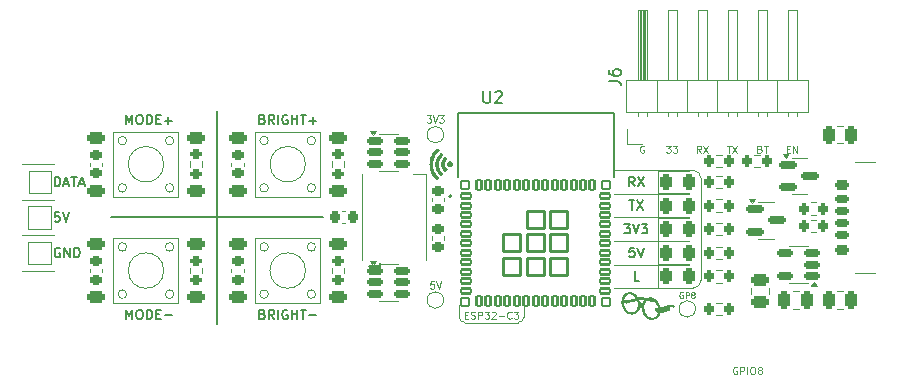
<source format=gto>
G04 #@! TF.GenerationSoftware,KiCad,Pcbnew,8.0.4*
G04 #@! TF.CreationDate,2025-02-17T13:51:32+11:00*
G04 #@! TF.ProjectId,LSG,4c53472e-6b69-4636-9164-5f7063625858,rev?*
G04 #@! TF.SameCoordinates,Original*
G04 #@! TF.FileFunction,Legend,Top*
G04 #@! TF.FilePolarity,Positive*
%FSLAX46Y46*%
G04 Gerber Fmt 4.6, Leading zero omitted, Abs format (unit mm)*
G04 Created by KiCad (PCBNEW 8.0.4) date 2025-02-17 13:51:32*
%MOMM*%
%LPD*%
G01*
G04 APERTURE LIST*
G04 Aperture macros list*
%AMRoundRect*
0 Rectangle with rounded corners*
0 $1 Rounding radius*
0 $2 $3 $4 $5 $6 $7 $8 $9 X,Y pos of 4 corners*
0 Add a 4 corners polygon primitive as box body*
4,1,4,$2,$3,$4,$5,$6,$7,$8,$9,$2,$3,0*
0 Add four circle primitives for the rounded corners*
1,1,$1+$1,$2,$3*
1,1,$1+$1,$4,$5*
1,1,$1+$1,$6,$7*
1,1,$1+$1,$8,$9*
0 Add four rect primitives between the rounded corners*
20,1,$1+$1,$2,$3,$4,$5,0*
20,1,$1+$1,$4,$5,$6,$7,0*
20,1,$1+$1,$6,$7,$8,$9,0*
20,1,$1+$1,$8,$9,$2,$3,0*%
G04 Aperture macros list end*
%ADD10C,0.100000*%
%ADD11C,0.200000*%
%ADD12C,0.160000*%
%ADD13C,0.120000*%
%ADD14C,0.150000*%
%ADD15C,0.127000*%
%ADD16C,0.000000*%
%ADD17C,0.010000*%
%ADD18RoundRect,0.200000X-0.200000X-0.275000X0.200000X-0.275000X0.200000X0.275000X-0.200000X0.275000X0*%
%ADD19RoundRect,0.225000X-0.250000X0.225000X-0.250000X-0.225000X0.250000X-0.225000X0.250000X0.225000X0*%
%ADD20RoundRect,0.225000X-0.225000X-0.250000X0.225000X-0.250000X0.225000X0.250000X-0.225000X0.250000X0*%
%ADD21RoundRect,0.200000X0.200000X0.275000X-0.200000X0.275000X-0.200000X-0.275000X0.200000X-0.275000X0*%
%ADD22C,2.200000*%
%ADD23RoundRect,0.243750X-0.243750X-0.456250X0.243750X-0.456250X0.243750X0.456250X-0.243750X0.456250X0*%
%ADD24C,1.000000*%
%ADD25RoundRect,0.250000X-0.500000X-0.250000X0.500000X-0.250000X0.500000X0.250000X-0.500000X0.250000X0*%
%ADD26R,0.900000X1.500000*%
%ADD27RoundRect,0.250000X0.250000X0.475000X-0.250000X0.475000X-0.250000X-0.475000X0.250000X-0.475000X0*%
%ADD28R,1.500000X1.500000*%
%ADD29RoundRect,0.150000X-0.512500X-0.150000X0.512500X-0.150000X0.512500X0.150000X-0.512500X0.150000X0*%
%ADD30RoundRect,0.250000X0.475000X-0.250000X0.475000X0.250000X-0.475000X0.250000X-0.475000X-0.250000X0*%
%ADD31RoundRect,0.150000X-0.587500X-0.150000X0.587500X-0.150000X0.587500X0.150000X-0.587500X0.150000X0*%
%ADD32RoundRect,0.102000X-0.400000X-0.200000X0.400000X-0.200000X0.400000X0.200000X-0.400000X0.200000X0*%
%ADD33RoundRect,0.102000X-0.200000X-0.400000X0.200000X-0.400000X0.200000X0.400000X-0.200000X0.400000X0*%
%ADD34RoundRect,0.102000X-0.725000X-0.725000X0.725000X-0.725000X0.725000X0.725000X-0.725000X0.725000X0*%
%ADD35RoundRect,0.102000X-0.350000X-0.350000X0.350000X-0.350000X0.350000X0.350000X-0.350000X0.350000X0*%
%ADD36RoundRect,0.200000X-0.275000X0.200000X-0.275000X-0.200000X0.275000X-0.200000X0.275000X0.200000X0*%
%ADD37RoundRect,0.175000X0.425000X-0.175000X0.425000X0.175000X-0.425000X0.175000X-0.425000X-0.175000X0*%
%ADD38RoundRect,0.190000X-0.410000X0.190000X-0.410000X-0.190000X0.410000X-0.190000X0.410000X0.190000X0*%
%ADD39RoundRect,0.200000X-0.400000X0.200000X-0.400000X-0.200000X0.400000X-0.200000X0.400000X0.200000X0*%
%ADD40RoundRect,0.175000X-0.425000X0.175000X-0.425000X-0.175000X0.425000X-0.175000X0.425000X0.175000X0*%
%ADD41RoundRect,0.190000X0.410000X-0.190000X0.410000X0.190000X-0.410000X0.190000X-0.410000X-0.190000X0*%
%ADD42RoundRect,0.200000X0.400000X-0.200000X0.400000X0.200000X-0.400000X0.200000X-0.400000X-0.200000X0*%
%ADD43O,1.700000X1.100000*%
%ADD44RoundRect,0.150000X0.512500X0.150000X-0.512500X0.150000X-0.512500X-0.150000X0.512500X-0.150000X0*%
%ADD45R,1.700000X1.700000*%
%ADD46O,1.700000X1.700000*%
%ADD47RoundRect,0.250000X-0.250000X-0.475000X0.250000X-0.475000X0.250000X0.475000X-0.250000X0.475000X0*%
G04 APERTURE END LIST*
D10*
X0Y-8900000D02*
X4500000Y-8900000D01*
D11*
X-30000000Y0D02*
X-12000000Y0D01*
D10*
X-37500000Y1500000D02*
X-34750000Y1500000D01*
X16407500Y-2000000D02*
X12592500Y-2000000D01*
X19300000Y4000000D02*
X12592500Y4000000D01*
X19300000Y-6000000D02*
X12592500Y-6000000D01*
X20000000Y-5300000D02*
G75*
G02*
X19300000Y-6000000I-700000J0D01*
G01*
X16407500Y2000000D02*
X12592500Y2000000D01*
X-37500000Y-1500000D02*
X-34750000Y-1500000D01*
X-37500000Y4500000D02*
X-34750000Y4500000D01*
X5000000Y-8400000D02*
G75*
G02*
X4500000Y-8900000I-500000J0D01*
G01*
X0Y-8900000D02*
G75*
G02*
X-500000Y-8400000I1J500001D01*
G01*
X19300000Y4000000D02*
G75*
G02*
X20000000Y3300000I0J-700000D01*
G01*
X20000000Y-5300000D02*
X20000000Y3300000D01*
X-37500000Y-4500000D02*
X-34750000Y-4500000D01*
D11*
X-21000000Y-9000000D02*
X-21000000Y9000000D01*
D10*
X-500000Y-7400000D02*
X-500000Y-8400000D01*
X16407500Y0D02*
X12592500Y0D01*
X16407500Y-4000000D02*
X12592500Y-4000000D01*
X5000000Y-8400000D02*
X5000000Y-7400000D01*
D12*
X-17152380Y-8192727D02*
X-17038094Y-8230822D01*
X-17038094Y-8230822D02*
X-16999999Y-8268918D01*
X-16999999Y-8268918D02*
X-16961903Y-8345108D01*
X-16961903Y-8345108D02*
X-16961903Y-8459394D01*
X-16961903Y-8459394D02*
X-16999999Y-8535584D01*
X-16999999Y-8535584D02*
X-17038094Y-8573680D01*
X-17038094Y-8573680D02*
X-17114284Y-8611775D01*
X-17114284Y-8611775D02*
X-17419046Y-8611775D01*
X-17419046Y-8611775D02*
X-17419046Y-7811775D01*
X-17419046Y-7811775D02*
X-17152380Y-7811775D01*
X-17152380Y-7811775D02*
X-17076189Y-7849870D01*
X-17076189Y-7849870D02*
X-17038094Y-7887965D01*
X-17038094Y-7887965D02*
X-16999999Y-7964156D01*
X-16999999Y-7964156D02*
X-16999999Y-8040346D01*
X-16999999Y-8040346D02*
X-17038094Y-8116537D01*
X-17038094Y-8116537D02*
X-17076189Y-8154632D01*
X-17076189Y-8154632D02*
X-17152380Y-8192727D01*
X-17152380Y-8192727D02*
X-17419046Y-8192727D01*
X-16161903Y-8611775D02*
X-16428570Y-8230822D01*
X-16619046Y-8611775D02*
X-16619046Y-7811775D01*
X-16619046Y-7811775D02*
X-16314284Y-7811775D01*
X-16314284Y-7811775D02*
X-16238094Y-7849870D01*
X-16238094Y-7849870D02*
X-16199999Y-7887965D01*
X-16199999Y-7887965D02*
X-16161903Y-7964156D01*
X-16161903Y-7964156D02*
X-16161903Y-8078441D01*
X-16161903Y-8078441D02*
X-16199999Y-8154632D01*
X-16199999Y-8154632D02*
X-16238094Y-8192727D01*
X-16238094Y-8192727D02*
X-16314284Y-8230822D01*
X-16314284Y-8230822D02*
X-16619046Y-8230822D01*
X-15819046Y-8611775D02*
X-15819046Y-7811775D01*
X-15019047Y-7849870D02*
X-15095237Y-7811775D01*
X-15095237Y-7811775D02*
X-15209523Y-7811775D01*
X-15209523Y-7811775D02*
X-15323809Y-7849870D01*
X-15323809Y-7849870D02*
X-15399999Y-7926060D01*
X-15399999Y-7926060D02*
X-15438094Y-8002251D01*
X-15438094Y-8002251D02*
X-15476190Y-8154632D01*
X-15476190Y-8154632D02*
X-15476190Y-8268918D01*
X-15476190Y-8268918D02*
X-15438094Y-8421299D01*
X-15438094Y-8421299D02*
X-15399999Y-8497489D01*
X-15399999Y-8497489D02*
X-15323809Y-8573680D01*
X-15323809Y-8573680D02*
X-15209523Y-8611775D01*
X-15209523Y-8611775D02*
X-15133332Y-8611775D01*
X-15133332Y-8611775D02*
X-15019047Y-8573680D01*
X-15019047Y-8573680D02*
X-14980951Y-8535584D01*
X-14980951Y-8535584D02*
X-14980951Y-8268918D01*
X-14980951Y-8268918D02*
X-15133332Y-8268918D01*
X-14638094Y-8611775D02*
X-14638094Y-7811775D01*
X-14638094Y-8192727D02*
X-14180951Y-8192727D01*
X-14180951Y-8611775D02*
X-14180951Y-7811775D01*
X-13914285Y-7811775D02*
X-13457142Y-7811775D01*
X-13685714Y-8611775D02*
X-13685714Y-7811775D01*
X-13190475Y-8307013D02*
X-12580952Y-8307013D01*
D13*
X15157142Y6050097D02*
X15100000Y6078668D01*
X15100000Y6078668D02*
X15014285Y6078668D01*
X15014285Y6078668D02*
X14928571Y6050097D01*
X14928571Y6050097D02*
X14871428Y5992954D01*
X14871428Y5992954D02*
X14842857Y5935811D01*
X14842857Y5935811D02*
X14814285Y5821525D01*
X14814285Y5821525D02*
X14814285Y5735811D01*
X14814285Y5735811D02*
X14842857Y5621525D01*
X14842857Y5621525D02*
X14871428Y5564382D01*
X14871428Y5564382D02*
X14928571Y5507240D01*
X14928571Y5507240D02*
X15014285Y5478668D01*
X15014285Y5478668D02*
X15071428Y5478668D01*
X15071428Y5478668D02*
X15157142Y5507240D01*
X15157142Y5507240D02*
X15185714Y5535811D01*
X15185714Y5535811D02*
X15185714Y5735811D01*
X15185714Y5735811D02*
X15071428Y5735811D01*
X7142Y-8257045D02*
X207142Y-8257045D01*
X292856Y-8571331D02*
X7142Y-8571331D01*
X7142Y-8571331D02*
X7142Y-7971331D01*
X7142Y-7971331D02*
X292856Y-7971331D01*
X521427Y-8542760D02*
X607142Y-8571331D01*
X607142Y-8571331D02*
X749999Y-8571331D01*
X749999Y-8571331D02*
X807142Y-8542760D01*
X807142Y-8542760D02*
X835713Y-8514188D01*
X835713Y-8514188D02*
X864284Y-8457045D01*
X864284Y-8457045D02*
X864284Y-8399902D01*
X864284Y-8399902D02*
X835713Y-8342760D01*
X835713Y-8342760D02*
X807142Y-8314188D01*
X807142Y-8314188D02*
X749999Y-8285617D01*
X749999Y-8285617D02*
X635713Y-8257045D01*
X635713Y-8257045D02*
X578570Y-8228474D01*
X578570Y-8228474D02*
X549999Y-8199902D01*
X549999Y-8199902D02*
X521427Y-8142760D01*
X521427Y-8142760D02*
X521427Y-8085617D01*
X521427Y-8085617D02*
X549999Y-8028474D01*
X549999Y-8028474D02*
X578570Y-7999902D01*
X578570Y-7999902D02*
X635713Y-7971331D01*
X635713Y-7971331D02*
X778570Y-7971331D01*
X778570Y-7971331D02*
X864284Y-7999902D01*
X1121428Y-8571331D02*
X1121428Y-7971331D01*
X1121428Y-7971331D02*
X1349999Y-7971331D01*
X1349999Y-7971331D02*
X1407142Y-7999902D01*
X1407142Y-7999902D02*
X1435713Y-8028474D01*
X1435713Y-8028474D02*
X1464285Y-8085617D01*
X1464285Y-8085617D02*
X1464285Y-8171331D01*
X1464285Y-8171331D02*
X1435713Y-8228474D01*
X1435713Y-8228474D02*
X1407142Y-8257045D01*
X1407142Y-8257045D02*
X1349999Y-8285617D01*
X1349999Y-8285617D02*
X1121428Y-8285617D01*
X1664285Y-7971331D02*
X2035713Y-7971331D01*
X2035713Y-7971331D02*
X1835713Y-8199902D01*
X1835713Y-8199902D02*
X1921428Y-8199902D01*
X1921428Y-8199902D02*
X1978571Y-8228474D01*
X1978571Y-8228474D02*
X2007142Y-8257045D01*
X2007142Y-8257045D02*
X2035713Y-8314188D01*
X2035713Y-8314188D02*
X2035713Y-8457045D01*
X2035713Y-8457045D02*
X2007142Y-8514188D01*
X2007142Y-8514188D02*
X1978571Y-8542760D01*
X1978571Y-8542760D02*
X1921428Y-8571331D01*
X1921428Y-8571331D02*
X1749999Y-8571331D01*
X1749999Y-8571331D02*
X1692856Y-8542760D01*
X1692856Y-8542760D02*
X1664285Y-8514188D01*
X2264285Y-8028474D02*
X2292857Y-7999902D01*
X2292857Y-7999902D02*
X2350000Y-7971331D01*
X2350000Y-7971331D02*
X2492857Y-7971331D01*
X2492857Y-7971331D02*
X2550000Y-7999902D01*
X2550000Y-7999902D02*
X2578571Y-8028474D01*
X2578571Y-8028474D02*
X2607142Y-8085617D01*
X2607142Y-8085617D02*
X2607142Y-8142760D01*
X2607142Y-8142760D02*
X2578571Y-8228474D01*
X2578571Y-8228474D02*
X2235714Y-8571331D01*
X2235714Y-8571331D02*
X2607142Y-8571331D01*
X2864286Y-8342760D02*
X3321429Y-8342760D01*
X3950000Y-8514188D02*
X3921428Y-8542760D01*
X3921428Y-8542760D02*
X3835714Y-8571331D01*
X3835714Y-8571331D02*
X3778571Y-8571331D01*
X3778571Y-8571331D02*
X3692857Y-8542760D01*
X3692857Y-8542760D02*
X3635714Y-8485617D01*
X3635714Y-8485617D02*
X3607143Y-8428474D01*
X3607143Y-8428474D02*
X3578571Y-8314188D01*
X3578571Y-8314188D02*
X3578571Y-8228474D01*
X3578571Y-8228474D02*
X3607143Y-8114188D01*
X3607143Y-8114188D02*
X3635714Y-8057045D01*
X3635714Y-8057045D02*
X3692857Y-7999902D01*
X3692857Y-7999902D02*
X3778571Y-7971331D01*
X3778571Y-7971331D02*
X3835714Y-7971331D01*
X3835714Y-7971331D02*
X3921428Y-7999902D01*
X3921428Y-7999902D02*
X3950000Y-8028474D01*
X4150000Y-7971331D02*
X4521428Y-7971331D01*
X4521428Y-7971331D02*
X4321428Y-8199902D01*
X4321428Y-8199902D02*
X4407143Y-8199902D01*
X4407143Y-8199902D02*
X4464286Y-8228474D01*
X4464286Y-8228474D02*
X4492857Y-8257045D01*
X4492857Y-8257045D02*
X4521428Y-8314188D01*
X4521428Y-8314188D02*
X4521428Y-8457045D01*
X4521428Y-8457045D02*
X4492857Y-8514188D01*
X4492857Y-8514188D02*
X4464286Y-8542760D01*
X4464286Y-8542760D02*
X4407143Y-8571331D01*
X4407143Y-8571331D02*
X4235714Y-8571331D01*
X4235714Y-8571331D02*
X4178571Y-8542760D01*
X4178571Y-8542760D02*
X4150000Y-8514188D01*
D10*
X18442857Y-6349919D02*
X18395238Y-6326109D01*
X18395238Y-6326109D02*
X18323809Y-6326109D01*
X18323809Y-6326109D02*
X18252381Y-6349919D01*
X18252381Y-6349919D02*
X18204762Y-6397538D01*
X18204762Y-6397538D02*
X18180952Y-6445157D01*
X18180952Y-6445157D02*
X18157143Y-6540395D01*
X18157143Y-6540395D02*
X18157143Y-6611823D01*
X18157143Y-6611823D02*
X18180952Y-6707061D01*
X18180952Y-6707061D02*
X18204762Y-6754680D01*
X18204762Y-6754680D02*
X18252381Y-6802300D01*
X18252381Y-6802300D02*
X18323809Y-6826109D01*
X18323809Y-6826109D02*
X18371428Y-6826109D01*
X18371428Y-6826109D02*
X18442857Y-6802300D01*
X18442857Y-6802300D02*
X18466666Y-6778490D01*
X18466666Y-6778490D02*
X18466666Y-6611823D01*
X18466666Y-6611823D02*
X18371428Y-6611823D01*
X18680952Y-6826109D02*
X18680952Y-6326109D01*
X18680952Y-6326109D02*
X18871428Y-6326109D01*
X18871428Y-6326109D02*
X18919047Y-6349919D01*
X18919047Y-6349919D02*
X18942857Y-6373728D01*
X18942857Y-6373728D02*
X18966666Y-6421347D01*
X18966666Y-6421347D02*
X18966666Y-6492776D01*
X18966666Y-6492776D02*
X18942857Y-6540395D01*
X18942857Y-6540395D02*
X18919047Y-6564204D01*
X18919047Y-6564204D02*
X18871428Y-6588014D01*
X18871428Y-6588014D02*
X18680952Y-6588014D01*
X19252381Y-6540395D02*
X19204762Y-6516585D01*
X19204762Y-6516585D02*
X19180952Y-6492776D01*
X19180952Y-6492776D02*
X19157143Y-6445157D01*
X19157143Y-6445157D02*
X19157143Y-6421347D01*
X19157143Y-6421347D02*
X19180952Y-6373728D01*
X19180952Y-6373728D02*
X19204762Y-6349919D01*
X19204762Y-6349919D02*
X19252381Y-6326109D01*
X19252381Y-6326109D02*
X19347619Y-6326109D01*
X19347619Y-6326109D02*
X19395238Y-6349919D01*
X19395238Y-6349919D02*
X19419047Y-6373728D01*
X19419047Y-6373728D02*
X19442857Y-6421347D01*
X19442857Y-6421347D02*
X19442857Y-6445157D01*
X19442857Y-6445157D02*
X19419047Y-6492776D01*
X19419047Y-6492776D02*
X19395238Y-6516585D01*
X19395238Y-6516585D02*
X19347619Y-6540395D01*
X19347619Y-6540395D02*
X19252381Y-6540395D01*
X19252381Y-6540395D02*
X19204762Y-6564204D01*
X19204762Y-6564204D02*
X19180952Y-6588014D01*
X19180952Y-6588014D02*
X19157143Y-6635633D01*
X19157143Y-6635633D02*
X19157143Y-6730871D01*
X19157143Y-6730871D02*
X19180952Y-6778490D01*
X19180952Y-6778490D02*
X19204762Y-6802300D01*
X19204762Y-6802300D02*
X19252381Y-6826109D01*
X19252381Y-6826109D02*
X19347619Y-6826109D01*
X19347619Y-6826109D02*
X19395238Y-6802300D01*
X19395238Y-6802300D02*
X19419047Y-6778490D01*
X19419047Y-6778490D02*
X19442857Y-6730871D01*
X19442857Y-6730871D02*
X19442857Y-6635633D01*
X19442857Y-6635633D02*
X19419047Y-6588014D01*
X19419047Y-6588014D02*
X19395238Y-6564204D01*
X19395238Y-6564204D02*
X19347619Y-6540395D01*
D12*
X14747619Y-5361775D02*
X14366667Y-5361775D01*
X14366667Y-5361775D02*
X14366667Y-4561775D01*
D13*
X-3242857Y8628668D02*
X-2871429Y8628668D01*
X-2871429Y8628668D02*
X-3071429Y8400097D01*
X-3071429Y8400097D02*
X-2985714Y8400097D01*
X-2985714Y8400097D02*
X-2928572Y8371525D01*
X-2928572Y8371525D02*
X-2900000Y8342954D01*
X-2900000Y8342954D02*
X-2871429Y8285811D01*
X-2871429Y8285811D02*
X-2871429Y8142954D01*
X-2871429Y8142954D02*
X-2900000Y8085811D01*
X-2900000Y8085811D02*
X-2928572Y8057240D01*
X-2928572Y8057240D02*
X-2985714Y8028668D01*
X-2985714Y8028668D02*
X-3157143Y8028668D01*
X-3157143Y8028668D02*
X-3214286Y8057240D01*
X-3214286Y8057240D02*
X-3242857Y8085811D01*
X-2700000Y8628668D02*
X-2500000Y8028668D01*
X-2500000Y8028668D02*
X-2300000Y8628668D01*
X-2157142Y8628668D02*
X-1785714Y8628668D01*
X-1785714Y8628668D02*
X-1985714Y8400097D01*
X-1985714Y8400097D02*
X-1899999Y8400097D01*
X-1899999Y8400097D02*
X-1842857Y8371525D01*
X-1842857Y8371525D02*
X-1814285Y8342954D01*
X-1814285Y8342954D02*
X-1785714Y8285811D01*
X-1785714Y8285811D02*
X-1785714Y8142954D01*
X-1785714Y8142954D02*
X-1814285Y8085811D01*
X-1814285Y8085811D02*
X-1842857Y8057240D01*
X-1842857Y8057240D02*
X-1899999Y8028668D01*
X-1899999Y8028668D02*
X-2071428Y8028668D01*
X-2071428Y8028668D02*
X-2128571Y8057240D01*
X-2128571Y8057240D02*
X-2157142Y8085811D01*
D12*
X-28692856Y7888224D02*
X-28692856Y8688224D01*
X-28692856Y8688224D02*
X-28426190Y8116796D01*
X-28426190Y8116796D02*
X-28159523Y8688224D01*
X-28159523Y8688224D02*
X-28159523Y7888224D01*
X-27626189Y8688224D02*
X-27473808Y8688224D01*
X-27473808Y8688224D02*
X-27397618Y8650129D01*
X-27397618Y8650129D02*
X-27321427Y8573939D01*
X-27321427Y8573939D02*
X-27283332Y8421558D01*
X-27283332Y8421558D02*
X-27283332Y8154891D01*
X-27283332Y8154891D02*
X-27321427Y8002510D01*
X-27321427Y8002510D02*
X-27397618Y7926320D01*
X-27397618Y7926320D02*
X-27473808Y7888224D01*
X-27473808Y7888224D02*
X-27626189Y7888224D01*
X-27626189Y7888224D02*
X-27702380Y7926320D01*
X-27702380Y7926320D02*
X-27778570Y8002510D01*
X-27778570Y8002510D02*
X-27816666Y8154891D01*
X-27816666Y8154891D02*
X-27816666Y8421558D01*
X-27816666Y8421558D02*
X-27778570Y8573939D01*
X-27778570Y8573939D02*
X-27702380Y8650129D01*
X-27702380Y8650129D02*
X-27626189Y8688224D01*
X-26940475Y7888224D02*
X-26940475Y8688224D01*
X-26940475Y8688224D02*
X-26749999Y8688224D01*
X-26749999Y8688224D02*
X-26635713Y8650129D01*
X-26635713Y8650129D02*
X-26559523Y8573939D01*
X-26559523Y8573939D02*
X-26521428Y8497748D01*
X-26521428Y8497748D02*
X-26483332Y8345367D01*
X-26483332Y8345367D02*
X-26483332Y8231081D01*
X-26483332Y8231081D02*
X-26521428Y8078700D01*
X-26521428Y8078700D02*
X-26559523Y8002510D01*
X-26559523Y8002510D02*
X-26635713Y7926320D01*
X-26635713Y7926320D02*
X-26749999Y7888224D01*
X-26749999Y7888224D02*
X-26940475Y7888224D01*
X-26140475Y8307272D02*
X-25873809Y8307272D01*
X-25759523Y7888224D02*
X-26140475Y7888224D01*
X-26140475Y7888224D02*
X-26140475Y8688224D01*
X-26140475Y8688224D02*
X-25759523Y8688224D01*
X-25416665Y8192986D02*
X-24807142Y8192986D01*
X-25111903Y7888224D02*
X-25111903Y8497748D01*
D13*
X17054285Y6078668D02*
X17425713Y6078668D01*
X17425713Y6078668D02*
X17225713Y5850097D01*
X17225713Y5850097D02*
X17311428Y5850097D01*
X17311428Y5850097D02*
X17368571Y5821525D01*
X17368571Y5821525D02*
X17397142Y5792954D01*
X17397142Y5792954D02*
X17425713Y5735811D01*
X17425713Y5735811D02*
X17425713Y5592954D01*
X17425713Y5592954D02*
X17397142Y5535811D01*
X17397142Y5535811D02*
X17368571Y5507240D01*
X17368571Y5507240D02*
X17311428Y5478668D01*
X17311428Y5478668D02*
X17139999Y5478668D01*
X17139999Y5478668D02*
X17082856Y5507240D01*
X17082856Y5507240D02*
X17054285Y5535811D01*
X17625714Y6078668D02*
X17997142Y6078668D01*
X17997142Y6078668D02*
X17797142Y5850097D01*
X17797142Y5850097D02*
X17882857Y5850097D01*
X17882857Y5850097D02*
X17940000Y5821525D01*
X17940000Y5821525D02*
X17968571Y5792954D01*
X17968571Y5792954D02*
X17997142Y5735811D01*
X17997142Y5735811D02*
X17997142Y5592954D01*
X17997142Y5592954D02*
X17968571Y5535811D01*
X17968571Y5535811D02*
X17940000Y5507240D01*
X17940000Y5507240D02*
X17882857Y5478668D01*
X17882857Y5478668D02*
X17711428Y5478668D01*
X17711428Y5478668D02*
X17654285Y5507240D01*
X17654285Y5507240D02*
X17625714Y5535811D01*
D12*
X-17152380Y8307272D02*
X-17038094Y8269177D01*
X-17038094Y8269177D02*
X-16999999Y8231081D01*
X-16999999Y8231081D02*
X-16961903Y8154891D01*
X-16961903Y8154891D02*
X-16961903Y8040605D01*
X-16961903Y8040605D02*
X-16999999Y7964415D01*
X-16999999Y7964415D02*
X-17038094Y7926320D01*
X-17038094Y7926320D02*
X-17114284Y7888224D01*
X-17114284Y7888224D02*
X-17419046Y7888224D01*
X-17419046Y7888224D02*
X-17419046Y8688224D01*
X-17419046Y8688224D02*
X-17152380Y8688224D01*
X-17152380Y8688224D02*
X-17076189Y8650129D01*
X-17076189Y8650129D02*
X-17038094Y8612034D01*
X-17038094Y8612034D02*
X-16999999Y8535843D01*
X-16999999Y8535843D02*
X-16999999Y8459653D01*
X-16999999Y8459653D02*
X-17038094Y8383462D01*
X-17038094Y8383462D02*
X-17076189Y8345367D01*
X-17076189Y8345367D02*
X-17152380Y8307272D01*
X-17152380Y8307272D02*
X-17419046Y8307272D01*
X-16161903Y7888224D02*
X-16428570Y8269177D01*
X-16619046Y7888224D02*
X-16619046Y8688224D01*
X-16619046Y8688224D02*
X-16314284Y8688224D01*
X-16314284Y8688224D02*
X-16238094Y8650129D01*
X-16238094Y8650129D02*
X-16199999Y8612034D01*
X-16199999Y8612034D02*
X-16161903Y8535843D01*
X-16161903Y8535843D02*
X-16161903Y8421558D01*
X-16161903Y8421558D02*
X-16199999Y8345367D01*
X-16199999Y8345367D02*
X-16238094Y8307272D01*
X-16238094Y8307272D02*
X-16314284Y8269177D01*
X-16314284Y8269177D02*
X-16619046Y8269177D01*
X-15819046Y7888224D02*
X-15819046Y8688224D01*
X-15019047Y8650129D02*
X-15095237Y8688224D01*
X-15095237Y8688224D02*
X-15209523Y8688224D01*
X-15209523Y8688224D02*
X-15323809Y8650129D01*
X-15323809Y8650129D02*
X-15399999Y8573939D01*
X-15399999Y8573939D02*
X-15438094Y8497748D01*
X-15438094Y8497748D02*
X-15476190Y8345367D01*
X-15476190Y8345367D02*
X-15476190Y8231081D01*
X-15476190Y8231081D02*
X-15438094Y8078700D01*
X-15438094Y8078700D02*
X-15399999Y8002510D01*
X-15399999Y8002510D02*
X-15323809Y7926320D01*
X-15323809Y7926320D02*
X-15209523Y7888224D01*
X-15209523Y7888224D02*
X-15133332Y7888224D01*
X-15133332Y7888224D02*
X-15019047Y7926320D01*
X-15019047Y7926320D02*
X-14980951Y7964415D01*
X-14980951Y7964415D02*
X-14980951Y8231081D01*
X-14980951Y8231081D02*
X-15133332Y8231081D01*
X-14638094Y7888224D02*
X-14638094Y8688224D01*
X-14638094Y8307272D02*
X-14180951Y8307272D01*
X-14180951Y7888224D02*
X-14180951Y8688224D01*
X-13914285Y8688224D02*
X-13457142Y8688224D01*
X-13685714Y7888224D02*
X-13685714Y8688224D01*
X-13190475Y8192986D02*
X-12580952Y8192986D01*
X-12885713Y7888224D02*
X-12885713Y8497748D01*
D13*
X22162856Y6078668D02*
X22505714Y6078668D01*
X22334285Y5478668D02*
X22334285Y6078668D01*
X22648571Y6078668D02*
X23048571Y5478668D01*
X23048571Y6078668D02*
X22648571Y5478668D01*
D12*
X-34704260Y2638224D02*
X-34704260Y3438224D01*
X-34704260Y3438224D02*
X-34513784Y3438224D01*
X-34513784Y3438224D02*
X-34399498Y3400129D01*
X-34399498Y3400129D02*
X-34323308Y3323939D01*
X-34323308Y3323939D02*
X-34285213Y3247748D01*
X-34285213Y3247748D02*
X-34247117Y3095367D01*
X-34247117Y3095367D02*
X-34247117Y2981081D01*
X-34247117Y2981081D02*
X-34285213Y2828700D01*
X-34285213Y2828700D02*
X-34323308Y2752510D01*
X-34323308Y2752510D02*
X-34399498Y2676320D01*
X-34399498Y2676320D02*
X-34513784Y2638224D01*
X-34513784Y2638224D02*
X-34704260Y2638224D01*
X-33942356Y2866796D02*
X-33561403Y2866796D01*
X-34018546Y2638224D02*
X-33751879Y3438224D01*
X-33751879Y3438224D02*
X-33485213Y2638224D01*
X-33332832Y3438224D02*
X-32875689Y3438224D01*
X-33104261Y2638224D02*
X-33104261Y3438224D01*
X-32647118Y2866796D02*
X-32266165Y2866796D01*
X-32723308Y2638224D02*
X-32456641Y3438224D01*
X-32456641Y3438224D02*
X-32189975Y2638224D01*
D13*
X27257143Y5792954D02*
X27457143Y5792954D01*
X27542857Y5478668D02*
X27257143Y5478668D01*
X27257143Y5478668D02*
X27257143Y6078668D01*
X27257143Y6078668D02*
X27542857Y6078668D01*
X27800000Y5478668D02*
X27800000Y6078668D01*
X27800000Y6078668D02*
X28142857Y5478668D01*
X28142857Y5478668D02*
X28142857Y6078668D01*
D12*
X14366667Y2638224D02*
X14100000Y3019177D01*
X13909524Y2638224D02*
X13909524Y3438224D01*
X13909524Y3438224D02*
X14214286Y3438224D01*
X14214286Y3438224D02*
X14290476Y3400129D01*
X14290476Y3400129D02*
X14328571Y3362034D01*
X14328571Y3362034D02*
X14366667Y3285843D01*
X14366667Y3285843D02*
X14366667Y3171558D01*
X14366667Y3171558D02*
X14328571Y3095367D01*
X14328571Y3095367D02*
X14290476Y3057272D01*
X14290476Y3057272D02*
X14214286Y3019177D01*
X14214286Y3019177D02*
X13909524Y3019177D01*
X14633333Y3438224D02*
X15166667Y2638224D01*
X15166667Y3438224D02*
X14633333Y2638224D01*
X14347619Y-2561775D02*
X13966667Y-2561775D01*
X13966667Y-2561775D02*
X13928571Y-2942727D01*
X13928571Y-2942727D02*
X13966667Y-2904632D01*
X13966667Y-2904632D02*
X14042857Y-2866537D01*
X14042857Y-2866537D02*
X14233333Y-2866537D01*
X14233333Y-2866537D02*
X14309524Y-2904632D01*
X14309524Y-2904632D02*
X14347619Y-2942727D01*
X14347619Y-2942727D02*
X14385714Y-3018918D01*
X14385714Y-3018918D02*
X14385714Y-3209394D01*
X14385714Y-3209394D02*
X14347619Y-3285584D01*
X14347619Y-3285584D02*
X14309524Y-3323680D01*
X14309524Y-3323680D02*
X14233333Y-3361775D01*
X14233333Y-3361775D02*
X14042857Y-3361775D01*
X14042857Y-3361775D02*
X13966667Y-3323680D01*
X13966667Y-3323680D02*
X13928571Y-3285584D01*
X14614286Y-2561775D02*
X14880953Y-3361775D01*
X14880953Y-3361775D02*
X15147619Y-2561775D01*
X13890476Y1438224D02*
X14347619Y1438224D01*
X14119047Y638224D02*
X14119047Y1438224D01*
X14538095Y1438224D02*
X15071429Y638224D01*
X15071429Y1438224D02*
X14538095Y638224D01*
D13*
X23036089Y-12699902D02*
X22978947Y-12671331D01*
X22978947Y-12671331D02*
X22893232Y-12671331D01*
X22893232Y-12671331D02*
X22807518Y-12699902D01*
X22807518Y-12699902D02*
X22750375Y-12757045D01*
X22750375Y-12757045D02*
X22721804Y-12814188D01*
X22721804Y-12814188D02*
X22693232Y-12928474D01*
X22693232Y-12928474D02*
X22693232Y-13014188D01*
X22693232Y-13014188D02*
X22721804Y-13128474D01*
X22721804Y-13128474D02*
X22750375Y-13185617D01*
X22750375Y-13185617D02*
X22807518Y-13242760D01*
X22807518Y-13242760D02*
X22893232Y-13271331D01*
X22893232Y-13271331D02*
X22950375Y-13271331D01*
X22950375Y-13271331D02*
X23036089Y-13242760D01*
X23036089Y-13242760D02*
X23064661Y-13214188D01*
X23064661Y-13214188D02*
X23064661Y-13014188D01*
X23064661Y-13014188D02*
X22950375Y-13014188D01*
X23321804Y-13271331D02*
X23321804Y-12671331D01*
X23321804Y-12671331D02*
X23550375Y-12671331D01*
X23550375Y-12671331D02*
X23607518Y-12699902D01*
X23607518Y-12699902D02*
X23636089Y-12728474D01*
X23636089Y-12728474D02*
X23664661Y-12785617D01*
X23664661Y-12785617D02*
X23664661Y-12871331D01*
X23664661Y-12871331D02*
X23636089Y-12928474D01*
X23636089Y-12928474D02*
X23607518Y-12957045D01*
X23607518Y-12957045D02*
X23550375Y-12985617D01*
X23550375Y-12985617D02*
X23321804Y-12985617D01*
X23921804Y-13271331D02*
X23921804Y-12671331D01*
X24321803Y-12671331D02*
X24436089Y-12671331D01*
X24436089Y-12671331D02*
X24493232Y-12699902D01*
X24493232Y-12699902D02*
X24550375Y-12757045D01*
X24550375Y-12757045D02*
X24578946Y-12871331D01*
X24578946Y-12871331D02*
X24578946Y-13071331D01*
X24578946Y-13071331D02*
X24550375Y-13185617D01*
X24550375Y-13185617D02*
X24493232Y-13242760D01*
X24493232Y-13242760D02*
X24436089Y-13271331D01*
X24436089Y-13271331D02*
X24321803Y-13271331D01*
X24321803Y-13271331D02*
X24264661Y-13242760D01*
X24264661Y-13242760D02*
X24207518Y-13185617D01*
X24207518Y-13185617D02*
X24178946Y-13071331D01*
X24178946Y-13071331D02*
X24178946Y-12871331D01*
X24178946Y-12871331D02*
X24207518Y-12757045D01*
X24207518Y-12757045D02*
X24264661Y-12699902D01*
X24264661Y-12699902D02*
X24321803Y-12671331D01*
X24921803Y-12928474D02*
X24864660Y-12899902D01*
X24864660Y-12899902D02*
X24836089Y-12871331D01*
X24836089Y-12871331D02*
X24807517Y-12814188D01*
X24807517Y-12814188D02*
X24807517Y-12785617D01*
X24807517Y-12785617D02*
X24836089Y-12728474D01*
X24836089Y-12728474D02*
X24864660Y-12699902D01*
X24864660Y-12699902D02*
X24921803Y-12671331D01*
X24921803Y-12671331D02*
X25036089Y-12671331D01*
X25036089Y-12671331D02*
X25093232Y-12699902D01*
X25093232Y-12699902D02*
X25121803Y-12728474D01*
X25121803Y-12728474D02*
X25150374Y-12785617D01*
X25150374Y-12785617D02*
X25150374Y-12814188D01*
X25150374Y-12814188D02*
X25121803Y-12871331D01*
X25121803Y-12871331D02*
X25093232Y-12899902D01*
X25093232Y-12899902D02*
X25036089Y-12928474D01*
X25036089Y-12928474D02*
X24921803Y-12928474D01*
X24921803Y-12928474D02*
X24864660Y-12957045D01*
X24864660Y-12957045D02*
X24836089Y-12985617D01*
X24836089Y-12985617D02*
X24807517Y-13042760D01*
X24807517Y-13042760D02*
X24807517Y-13157045D01*
X24807517Y-13157045D02*
X24836089Y-13214188D01*
X24836089Y-13214188D02*
X24864660Y-13242760D01*
X24864660Y-13242760D02*
X24921803Y-13271331D01*
X24921803Y-13271331D02*
X25036089Y-13271331D01*
X25036089Y-13271331D02*
X25093232Y-13242760D01*
X25093232Y-13242760D02*
X25121803Y-13214188D01*
X25121803Y-13214188D02*
X25150374Y-13157045D01*
X25150374Y-13157045D02*
X25150374Y-13042760D01*
X25150374Y-13042760D02*
X25121803Y-12985617D01*
X25121803Y-12985617D02*
X25093232Y-12957045D01*
X25093232Y-12957045D02*
X25036089Y-12928474D01*
D12*
X-28692856Y-8611775D02*
X-28692856Y-7811775D01*
X-28692856Y-7811775D02*
X-28426190Y-8383203D01*
X-28426190Y-8383203D02*
X-28159523Y-7811775D01*
X-28159523Y-7811775D02*
X-28159523Y-8611775D01*
X-27626189Y-7811775D02*
X-27473808Y-7811775D01*
X-27473808Y-7811775D02*
X-27397618Y-7849870D01*
X-27397618Y-7849870D02*
X-27321427Y-7926060D01*
X-27321427Y-7926060D02*
X-27283332Y-8078441D01*
X-27283332Y-8078441D02*
X-27283332Y-8345108D01*
X-27283332Y-8345108D02*
X-27321427Y-8497489D01*
X-27321427Y-8497489D02*
X-27397618Y-8573680D01*
X-27397618Y-8573680D02*
X-27473808Y-8611775D01*
X-27473808Y-8611775D02*
X-27626189Y-8611775D01*
X-27626189Y-8611775D02*
X-27702380Y-8573680D01*
X-27702380Y-8573680D02*
X-27778570Y-8497489D01*
X-27778570Y-8497489D02*
X-27816666Y-8345108D01*
X-27816666Y-8345108D02*
X-27816666Y-8078441D01*
X-27816666Y-8078441D02*
X-27778570Y-7926060D01*
X-27778570Y-7926060D02*
X-27702380Y-7849870D01*
X-27702380Y-7849870D02*
X-27626189Y-7811775D01*
X-26940475Y-8611775D02*
X-26940475Y-7811775D01*
X-26940475Y-7811775D02*
X-26749999Y-7811775D01*
X-26749999Y-7811775D02*
X-26635713Y-7849870D01*
X-26635713Y-7849870D02*
X-26559523Y-7926060D01*
X-26559523Y-7926060D02*
X-26521428Y-8002251D01*
X-26521428Y-8002251D02*
X-26483332Y-8154632D01*
X-26483332Y-8154632D02*
X-26483332Y-8268918D01*
X-26483332Y-8268918D02*
X-26521428Y-8421299D01*
X-26521428Y-8421299D02*
X-26559523Y-8497489D01*
X-26559523Y-8497489D02*
X-26635713Y-8573680D01*
X-26635713Y-8573680D02*
X-26749999Y-8611775D01*
X-26749999Y-8611775D02*
X-26940475Y-8611775D01*
X-26140475Y-8192727D02*
X-25873809Y-8192727D01*
X-25759523Y-8611775D02*
X-26140475Y-8611775D01*
X-26140475Y-8611775D02*
X-26140475Y-7811775D01*
X-26140475Y-7811775D02*
X-25759523Y-7811775D01*
X-25416665Y-8307013D02*
X-24807142Y-8307013D01*
D13*
X-2614285Y-5421331D02*
X-2899999Y-5421331D01*
X-2899999Y-5421331D02*
X-2928571Y-5707045D01*
X-2928571Y-5707045D02*
X-2899999Y-5678474D01*
X-2899999Y-5678474D02*
X-2842857Y-5649902D01*
X-2842857Y-5649902D02*
X-2699999Y-5649902D01*
X-2699999Y-5649902D02*
X-2642857Y-5678474D01*
X-2642857Y-5678474D02*
X-2614285Y-5707045D01*
X-2614285Y-5707045D02*
X-2585714Y-5764188D01*
X-2585714Y-5764188D02*
X-2585714Y-5907045D01*
X-2585714Y-5907045D02*
X-2614285Y-5964188D01*
X-2614285Y-5964188D02*
X-2642857Y-5992760D01*
X-2642857Y-5992760D02*
X-2699999Y-6021331D01*
X-2699999Y-6021331D02*
X-2842857Y-6021331D01*
X-2842857Y-6021331D02*
X-2899999Y-5992760D01*
X-2899999Y-5992760D02*
X-2928571Y-5964188D01*
X-2414285Y-5421331D02*
X-2214285Y-6021331D01*
X-2214285Y-6021331D02*
X-2014285Y-5421331D01*
X24974286Y5792954D02*
X25060000Y5764382D01*
X25060000Y5764382D02*
X25088571Y5735811D01*
X25088571Y5735811D02*
X25117143Y5678668D01*
X25117143Y5678668D02*
X25117143Y5592954D01*
X25117143Y5592954D02*
X25088571Y5535811D01*
X25088571Y5535811D02*
X25060000Y5507240D01*
X25060000Y5507240D02*
X25002857Y5478668D01*
X25002857Y5478668D02*
X24774286Y5478668D01*
X24774286Y5478668D02*
X24774286Y6078668D01*
X24774286Y6078668D02*
X24974286Y6078668D01*
X24974286Y6078668D02*
X25031429Y6050097D01*
X25031429Y6050097D02*
X25060000Y6021525D01*
X25060000Y6021525D02*
X25088571Y5964382D01*
X25088571Y5964382D02*
X25088571Y5907240D01*
X25088571Y5907240D02*
X25060000Y5850097D01*
X25060000Y5850097D02*
X25031429Y5821525D01*
X25031429Y5821525D02*
X24974286Y5792954D01*
X24974286Y5792954D02*
X24774286Y5792954D01*
X25288571Y6078668D02*
X25631429Y6078668D01*
X25460000Y5478668D02*
X25460000Y6078668D01*
D12*
X-34285213Y-2599870D02*
X-34361403Y-2561775D01*
X-34361403Y-2561775D02*
X-34475689Y-2561775D01*
X-34475689Y-2561775D02*
X-34589975Y-2599870D01*
X-34589975Y-2599870D02*
X-34666165Y-2676060D01*
X-34666165Y-2676060D02*
X-34704260Y-2752251D01*
X-34704260Y-2752251D02*
X-34742356Y-2904632D01*
X-34742356Y-2904632D02*
X-34742356Y-3018918D01*
X-34742356Y-3018918D02*
X-34704260Y-3171299D01*
X-34704260Y-3171299D02*
X-34666165Y-3247489D01*
X-34666165Y-3247489D02*
X-34589975Y-3323680D01*
X-34589975Y-3323680D02*
X-34475689Y-3361775D01*
X-34475689Y-3361775D02*
X-34399498Y-3361775D01*
X-34399498Y-3361775D02*
X-34285213Y-3323680D01*
X-34285213Y-3323680D02*
X-34247117Y-3285584D01*
X-34247117Y-3285584D02*
X-34247117Y-3018918D01*
X-34247117Y-3018918D02*
X-34399498Y-3018918D01*
X-33904260Y-3361775D02*
X-33904260Y-2561775D01*
X-33904260Y-2561775D02*
X-33447117Y-3361775D01*
X-33447117Y-3361775D02*
X-33447117Y-2561775D01*
X-33066165Y-3361775D02*
X-33066165Y-2561775D01*
X-33066165Y-2561775D02*
X-32875689Y-2561775D01*
X-32875689Y-2561775D02*
X-32761403Y-2599870D01*
X-32761403Y-2599870D02*
X-32685213Y-2676060D01*
X-32685213Y-2676060D02*
X-32647118Y-2752251D01*
X-32647118Y-2752251D02*
X-32609022Y-2904632D01*
X-32609022Y-2904632D02*
X-32609022Y-3018918D01*
X-32609022Y-3018918D02*
X-32647118Y-3171299D01*
X-32647118Y-3171299D02*
X-32685213Y-3247489D01*
X-32685213Y-3247489D02*
X-32761403Y-3323680D01*
X-32761403Y-3323680D02*
X-32875689Y-3361775D01*
X-32875689Y-3361775D02*
X-33066165Y-3361775D01*
X13509523Y-561775D02*
X14004761Y-561775D01*
X14004761Y-561775D02*
X13738095Y-866537D01*
X13738095Y-866537D02*
X13852380Y-866537D01*
X13852380Y-866537D02*
X13928571Y-904632D01*
X13928571Y-904632D02*
X13966666Y-942727D01*
X13966666Y-942727D02*
X14004761Y-1018918D01*
X14004761Y-1018918D02*
X14004761Y-1209394D01*
X14004761Y-1209394D02*
X13966666Y-1285584D01*
X13966666Y-1285584D02*
X13928571Y-1323680D01*
X13928571Y-1323680D02*
X13852380Y-1361775D01*
X13852380Y-1361775D02*
X13623809Y-1361775D01*
X13623809Y-1361775D02*
X13547618Y-1323680D01*
X13547618Y-1323680D02*
X13509523Y-1285584D01*
X14233333Y-561775D02*
X14500000Y-1361775D01*
X14500000Y-1361775D02*
X14766666Y-561775D01*
X14957142Y-561775D02*
X15452380Y-561775D01*
X15452380Y-561775D02*
X15185714Y-866537D01*
X15185714Y-866537D02*
X15299999Y-866537D01*
X15299999Y-866537D02*
X15376190Y-904632D01*
X15376190Y-904632D02*
X15414285Y-942727D01*
X15414285Y-942727D02*
X15452380Y-1018918D01*
X15452380Y-1018918D02*
X15452380Y-1209394D01*
X15452380Y-1209394D02*
X15414285Y-1285584D01*
X15414285Y-1285584D02*
X15376190Y-1323680D01*
X15376190Y-1323680D02*
X15299999Y-1361775D01*
X15299999Y-1361775D02*
X15071428Y-1361775D01*
X15071428Y-1361775D02*
X14995237Y-1323680D01*
X14995237Y-1323680D02*
X14957142Y-1285584D01*
D13*
X19980000Y5478668D02*
X19780000Y5764382D01*
X19637143Y5478668D02*
X19637143Y6078668D01*
X19637143Y6078668D02*
X19865714Y6078668D01*
X19865714Y6078668D02*
X19922857Y6050097D01*
X19922857Y6050097D02*
X19951428Y6021525D01*
X19951428Y6021525D02*
X19980000Y5964382D01*
X19980000Y5964382D02*
X19980000Y5878668D01*
X19980000Y5878668D02*
X19951428Y5821525D01*
X19951428Y5821525D02*
X19922857Y5792954D01*
X19922857Y5792954D02*
X19865714Y5764382D01*
X19865714Y5764382D02*
X19637143Y5764382D01*
X20180000Y6078668D02*
X20580000Y5478668D01*
X20580000Y6078668D02*
X20180000Y5478668D01*
D12*
X-34323308Y438224D02*
X-34704260Y438224D01*
X-34704260Y438224D02*
X-34742356Y57272D01*
X-34742356Y57272D02*
X-34704260Y95367D01*
X-34704260Y95367D02*
X-34628070Y133462D01*
X-34628070Y133462D02*
X-34437594Y133462D01*
X-34437594Y133462D02*
X-34361403Y95367D01*
X-34361403Y95367D02*
X-34323308Y57272D01*
X-34323308Y57272D02*
X-34285213Y-18918D01*
X-34285213Y-18918D02*
X-34285213Y-209394D01*
X-34285213Y-209394D02*
X-34323308Y-285584D01*
X-34323308Y-285584D02*
X-34361403Y-323680D01*
X-34361403Y-323680D02*
X-34437594Y-361775D01*
X-34437594Y-361775D02*
X-34628070Y-361775D01*
X-34628070Y-361775D02*
X-34704260Y-323680D01*
X-34704260Y-323680D02*
X-34742356Y-285584D01*
X-34056641Y438224D02*
X-33789974Y-361775D01*
X-33789974Y-361775D02*
X-33523308Y438224D01*
D14*
X-7145180Y-3864285D02*
X-7145180Y-4435713D01*
X-7145180Y-4149999D02*
X-8145180Y-4149999D01*
X-8145180Y-4149999D02*
X-8002323Y-4245237D01*
X-8002323Y-4245237D02*
X-7907085Y-4340475D01*
X-7907085Y-4340475D02*
X-7859466Y-4435713D01*
X1563095Y10680180D02*
X1563095Y9870657D01*
X1563095Y9870657D02*
X1610714Y9775419D01*
X1610714Y9775419D02*
X1658333Y9727800D01*
X1658333Y9727800D02*
X1753571Y9680180D01*
X1753571Y9680180D02*
X1944047Y9680180D01*
X1944047Y9680180D02*
X2039285Y9727800D01*
X2039285Y9727800D02*
X2086904Y9775419D01*
X2086904Y9775419D02*
X2134523Y9870657D01*
X2134523Y9870657D02*
X2134523Y10680180D01*
X2563095Y10584942D02*
X2610714Y10632561D01*
X2610714Y10632561D02*
X2705952Y10680180D01*
X2705952Y10680180D02*
X2944047Y10680180D01*
X2944047Y10680180D02*
X3039285Y10632561D01*
X3039285Y10632561D02*
X3086904Y10584942D01*
X3086904Y10584942D02*
X3134523Y10489704D01*
X3134523Y10489704D02*
X3134523Y10394466D01*
X3134523Y10394466D02*
X3086904Y10251609D01*
X3086904Y10251609D02*
X2515476Y9680180D01*
X2515476Y9680180D02*
X3134523Y9680180D01*
X12184819Y11551666D02*
X12899104Y11551666D01*
X12899104Y11551666D02*
X13041961Y11504047D01*
X13041961Y11504047D02*
X13137200Y11408809D01*
X13137200Y11408809D02*
X13184819Y11265952D01*
X13184819Y11265952D02*
X13184819Y11170714D01*
X12184819Y12456428D02*
X12184819Y12265952D01*
X12184819Y12265952D02*
X12232438Y12170714D01*
X12232438Y12170714D02*
X12280057Y12123095D01*
X12280057Y12123095D02*
X12422914Y12027857D01*
X12422914Y12027857D02*
X12613390Y11980238D01*
X12613390Y11980238D02*
X12994342Y11980238D01*
X12994342Y11980238D02*
X13089580Y12027857D01*
X13089580Y12027857D02*
X13137200Y12075476D01*
X13137200Y12075476D02*
X13184819Y12170714D01*
X13184819Y12170714D02*
X13184819Y12361190D01*
X13184819Y12361190D02*
X13137200Y12456428D01*
X13137200Y12456428D02*
X13089580Y12504047D01*
X13089580Y12504047D02*
X12994342Y12551666D01*
X12994342Y12551666D02*
X12756247Y12551666D01*
X12756247Y12551666D02*
X12661009Y12504047D01*
X12661009Y12504047D02*
X12613390Y12456428D01*
X12613390Y12456428D02*
X12565771Y12361190D01*
X12565771Y12361190D02*
X12565771Y12170714D01*
X12565771Y12170714D02*
X12613390Y12075476D01*
X12613390Y12075476D02*
X12661009Y12027857D01*
X12661009Y12027857D02*
X12756247Y11980238D01*
D13*
X21262742Y-2477500D02*
X21737258Y-2477500D01*
X21262742Y-3522500D02*
X21737258Y-3522500D01*
X-19760000Y4640580D02*
X-19760000Y4359420D01*
X-18740000Y4640580D02*
X-18740000Y4359420D01*
X-10390580Y510000D02*
X-10109420Y510000D01*
X-10390580Y-510000D02*
X-10109420Y-510000D01*
X29737258Y-227500D02*
X29262742Y-227500D01*
X29737258Y-1272500D02*
X29262742Y-1272500D01*
X16315000Y-4040000D02*
X16315000Y-5960000D01*
X16315000Y-5960000D02*
X19000000Y-5960000D01*
X19000000Y-4040000D02*
X16315000Y-4040000D01*
X16315000Y-2040000D02*
X16315000Y-3960000D01*
X16315000Y-3960000D02*
X19000000Y-3960000D01*
X19000000Y-2040000D02*
X16315000Y-2040000D01*
X-1800000Y7000000D02*
G75*
G02*
X-3200000Y7000000I-700000J0D01*
G01*
X-3200000Y7000000D02*
G75*
G02*
X-1800000Y7000000I700000J0D01*
G01*
D10*
X-29750000Y-1750000D02*
X-24250000Y-1750000D01*
X-24250000Y-7250000D01*
X-29750000Y-7250000D01*
X-29750000Y-1750000D01*
X-28639445Y-2500000D02*
G75*
G02*
X-29360555Y-2500000I-360555J0D01*
G01*
X-29360555Y-2500000D02*
G75*
G02*
X-28639445Y-2500000I360555J0D01*
G01*
X-28639445Y-6500000D02*
G75*
G02*
X-29360555Y-6500000I-360555J0D01*
G01*
X-29360555Y-6500000D02*
G75*
G02*
X-28639445Y-6500000I360555J0D01*
G01*
X-25500000Y-4500000D02*
G75*
G02*
X-28500000Y-4500000I-1500000J0D01*
G01*
X-28500000Y-4500000D02*
G75*
G02*
X-25500000Y-4500000I1500000J0D01*
G01*
X-24639445Y-2500000D02*
G75*
G02*
X-25360555Y-2500000I-360555J0D01*
G01*
X-25360555Y-2500000D02*
G75*
G02*
X-24639445Y-2500000I360555J0D01*
G01*
X-24639445Y-6500000D02*
G75*
G02*
X-25360555Y-6500000I-360555J0D01*
G01*
X-25360555Y-6500000D02*
G75*
G02*
X-24639445Y-6500000I360555J0D01*
G01*
D13*
X-8750000Y-3650000D02*
X-8750000Y3650000D01*
X-3250000Y3650000D02*
X-4400000Y3650000D01*
X-3250000Y-3650000D02*
X-3250000Y3650000D01*
X32011252Y-7735000D02*
X31488748Y-7735000D01*
X32011252Y-6265000D02*
X31488748Y-6265000D01*
X-36950000Y-2050000D02*
X-35050000Y-2050000D01*
X-36950000Y-3950000D02*
X-36950000Y-2050000D01*
X-35050000Y-2050000D02*
X-35050000Y-3950000D01*
X-35050000Y-3950000D02*
X-36950000Y-3950000D01*
X-6500000Y7060000D02*
X-7300000Y7060000D01*
X-6500000Y7060000D02*
X-5700000Y7060000D01*
X-6500000Y3940000D02*
X-7300000Y3940000D01*
X-6500000Y3940000D02*
X-5700000Y3940000D01*
X-7800000Y7010000D02*
X-8040000Y7340000D01*
X-7560000Y7340000D01*
X-7800000Y7010000D01*
G36*
X-7800000Y7010000D02*
G01*
X-8040000Y7340000D01*
X-7560000Y7340000D01*
X-7800000Y7010000D01*
G37*
X21737258Y5272500D02*
X21262742Y5272500D01*
X21737258Y4227500D02*
X21262742Y4227500D01*
X-6500000Y-3940000D02*
X-7300000Y-3940000D01*
X-6500000Y-3940000D02*
X-5700000Y-3940000D01*
X-6500000Y-7060000D02*
X-7300000Y-7060000D01*
X-6500000Y-7060000D02*
X-5700000Y-7060000D01*
X-7800000Y-3990000D02*
X-8040000Y-3660000D01*
X-7560000Y-3660000D01*
X-7800000Y-3990000D01*
G36*
X-7800000Y-3990000D02*
G01*
X-8040000Y-3660000D01*
X-7560000Y-3660000D01*
X-7800000Y-3990000D01*
G37*
X19525000Y-7750000D02*
G75*
G02*
X18125000Y-7750000I-700000J0D01*
G01*
X18125000Y-7750000D02*
G75*
G02*
X19525000Y-7750000I700000J0D01*
G01*
X24265000Y-6511252D02*
X24265000Y-5988748D01*
X25735000Y-6511252D02*
X25735000Y-5988748D01*
X-2760000Y-1609420D02*
X-2760000Y-1890580D01*
X-1740000Y-1609420D02*
X-1740000Y-1890580D01*
X-2760000Y1640580D02*
X-2760000Y1359420D01*
X-1740000Y1640580D02*
X-1740000Y1359420D01*
X16315000Y1960000D02*
X16315000Y40000D01*
X16315000Y40000D02*
X19000000Y40000D01*
X19000000Y1960000D02*
X16315000Y1960000D01*
X25500000Y1310000D02*
X24850000Y1310000D01*
X25500000Y1310000D02*
X26150000Y1310000D01*
X25500000Y-1810000D02*
X24850000Y-1810000D01*
X25500000Y-1810000D02*
X26150000Y-1810000D01*
X24337500Y1260000D02*
X24097500Y1590000D01*
X24577500Y1590000D01*
X24337500Y1260000D01*
G36*
X24337500Y1260000D02*
G01*
X24097500Y1590000D01*
X24577500Y1590000D01*
X24337500Y1260000D01*
G37*
X-31760000Y4640580D02*
X-31760000Y4359420D01*
X-30740000Y4640580D02*
X-30740000Y4359420D01*
D15*
X-600000Y8800000D02*
X12600000Y8800000D01*
X-600000Y3420000D02*
X-600000Y8800000D01*
X12600000Y8800000D02*
X12600000Y3420000D01*
D11*
X-1150000Y1800000D02*
G75*
G02*
X-1350000Y1800000I-100000J0D01*
G01*
X-1350000Y1800000D02*
G75*
G02*
X-1150000Y1800000I100000J0D01*
G01*
D13*
X-11272500Y-4262742D02*
X-11272500Y-4737258D01*
X-10227500Y-4262742D02*
X-10227500Y-4737258D01*
X34750000Y4670000D02*
X33050000Y4670000D01*
X34750000Y-4670000D02*
X33050000Y-4670000D01*
X-23272500Y4737258D02*
X-23272500Y4262742D01*
X-22227500Y4737258D02*
X-22227500Y4262742D01*
D10*
X-17750000Y7250000D02*
X-12250000Y7250000D01*
X-12250000Y1750000D01*
X-17750000Y1750000D01*
X-17750000Y7250000D01*
X-16639445Y6500000D02*
G75*
G02*
X-17360555Y6500000I-360555J0D01*
G01*
X-17360555Y6500000D02*
G75*
G02*
X-16639445Y6500000I360555J0D01*
G01*
X-16639445Y2500000D02*
G75*
G02*
X-17360555Y2500000I-360555J0D01*
G01*
X-17360555Y2500000D02*
G75*
G02*
X-16639445Y2500000I360555J0D01*
G01*
X-13500000Y4500000D02*
G75*
G02*
X-16500000Y4500000I-1500000J0D01*
G01*
X-16500000Y4500000D02*
G75*
G02*
X-13500000Y4500000I1500000J0D01*
G01*
X-12639445Y6500000D02*
G75*
G02*
X-13360555Y6500000I-360555J0D01*
G01*
X-13360555Y6500000D02*
G75*
G02*
X-12639445Y6500000I360555J0D01*
G01*
X-12639445Y2500000D02*
G75*
G02*
X-13360555Y2500000I-360555J0D01*
G01*
X-13360555Y2500000D02*
G75*
G02*
X-12639445Y2500000I360555J0D01*
G01*
D13*
X16315000Y3960000D02*
X16315000Y2040000D01*
X16315000Y2040000D02*
X19000000Y2040000D01*
X19000000Y3960000D02*
X16315000Y3960000D01*
X-23272500Y-4262742D02*
X-23272500Y-4737258D01*
X-22227500Y-4262742D02*
X-22227500Y-4737258D01*
X21262742Y3522500D02*
X21737258Y3522500D01*
X21262742Y2477500D02*
X21737258Y2477500D01*
X21737258Y-7227500D02*
X21262742Y-7227500D01*
X21737258Y-8272500D02*
X21262742Y-8272500D01*
X-35000000Y2050000D02*
X-36900000Y2050000D01*
X-35000000Y3950000D02*
X-35000000Y2050000D01*
X-36900000Y2050000D02*
X-36900000Y3950000D01*
X-36900000Y3950000D02*
X-35000000Y3950000D01*
D16*
G36*
X14013938Y-6324510D02*
G01*
X14016622Y-6324624D01*
X14033773Y-6325432D01*
X14047833Y-6326287D01*
X14060024Y-6327343D01*
X14071572Y-6328750D01*
X14083699Y-6330661D01*
X14097631Y-6333227D01*
X14114591Y-6336601D01*
X14116864Y-6337063D01*
X14134544Y-6340738D01*
X14149197Y-6344029D01*
X14162054Y-6347291D01*
X14174349Y-6350881D01*
X14187313Y-6355156D01*
X14202179Y-6360470D01*
X14217094Y-6366019D01*
X14269870Y-6388230D01*
X14321412Y-6414685D01*
X14371565Y-6445253D01*
X14420176Y-6479804D01*
X14467090Y-6518210D01*
X14512155Y-6560340D01*
X14555215Y-6606064D01*
X14596117Y-6655252D01*
X14634706Y-6707774D01*
X14650936Y-6731941D01*
X14659909Y-6745678D01*
X14668053Y-6758143D01*
X14675049Y-6768850D01*
X14680581Y-6777313D01*
X14684330Y-6783048D01*
X14685981Y-6785567D01*
X14686027Y-6785636D01*
X14688304Y-6785542D01*
X14694355Y-6784836D01*
X14703505Y-6783608D01*
X14715079Y-6781950D01*
X14728402Y-6779954D01*
X14731204Y-6779524D01*
X14758914Y-6775480D01*
X14784648Y-6772245D01*
X14809355Y-6769759D01*
X14833986Y-6767964D01*
X14859491Y-6766802D01*
X14886820Y-6766214D01*
X14916924Y-6766142D01*
X14943664Y-6766415D01*
X14967709Y-6766819D01*
X14988106Y-6767296D01*
X15005712Y-6767893D01*
X15021384Y-6768655D01*
X15035979Y-6769629D01*
X15050352Y-6770860D01*
X15065363Y-6772394D01*
X15074302Y-6773394D01*
X15137942Y-6781866D01*
X15203529Y-6792821D01*
X15269477Y-6805946D01*
X15334197Y-6820930D01*
X15386540Y-6834750D01*
X15407096Y-6840512D01*
X15424830Y-6834855D01*
X15434363Y-6831733D01*
X15446439Y-6827663D01*
X15459364Y-6823219D01*
X15469203Y-6819774D01*
X15486844Y-6814224D01*
X15507801Y-6808805D01*
X15530887Y-6803816D01*
X15536774Y-6802686D01*
X15549780Y-6800259D01*
X15561204Y-6798144D01*
X15570332Y-6796472D01*
X15576449Y-6795374D01*
X15578833Y-6794980D01*
X15578267Y-6793962D01*
X15576581Y-6792724D01*
X15575467Y-6791441D01*
X15578342Y-6791531D01*
X15580522Y-6791914D01*
X15586109Y-6792296D01*
X15587842Y-6790652D01*
X15589150Y-6789011D01*
X15590003Y-6789320D01*
X15593511Y-6789426D01*
X15596197Y-6788355D01*
X15603433Y-6785565D01*
X15614721Y-6783006D01*
X15629613Y-6780730D01*
X15647659Y-6778791D01*
X15668410Y-6777244D01*
X15691417Y-6776139D01*
X15701591Y-6775822D01*
X15718628Y-6775388D01*
X15732191Y-6775137D01*
X15743310Y-6775134D01*
X15753015Y-6775440D01*
X15762335Y-6776121D01*
X15772300Y-6777240D01*
X15783938Y-6778861D01*
X15798281Y-6781047D01*
X15806323Y-6782299D01*
X15824894Y-6785290D01*
X15840331Y-6788050D01*
X15853967Y-6790891D01*
X15867141Y-6794126D01*
X15881188Y-6798067D01*
X15897444Y-6803026D01*
X15904301Y-6805186D01*
X15957095Y-6824243D01*
X16008841Y-6847574D01*
X16059371Y-6875036D01*
X16108522Y-6906484D01*
X16156129Y-6941775D01*
X16202026Y-6980766D01*
X16246047Y-7023313D01*
X16288029Y-7069272D01*
X16327806Y-7118501D01*
X16365213Y-7170856D01*
X16400085Y-7226193D01*
X16411605Y-7246141D01*
X16420404Y-7261945D01*
X16429078Y-7277914D01*
X16437184Y-7293206D01*
X16444281Y-7306979D01*
X16449928Y-7318391D01*
X16453186Y-7325441D01*
X16457621Y-7335503D01*
X16461596Y-7344323D01*
X16464661Y-7350920D01*
X16466320Y-7354230D01*
X16472384Y-7365993D01*
X16479217Y-7381507D01*
X16486610Y-7400127D01*
X16494350Y-7421205D01*
X16502228Y-7444097D01*
X16510032Y-7468157D01*
X16517551Y-7492738D01*
X16524575Y-7517196D01*
X16530892Y-7540884D01*
X16536292Y-7563156D01*
X16539672Y-7578833D01*
X16542025Y-7590062D01*
X16544217Y-7599710D01*
X16546037Y-7606910D01*
X16547277Y-7610795D01*
X16547490Y-7611168D01*
X16549825Y-7610809D01*
X16556243Y-7609300D01*
X16566488Y-7606711D01*
X16580308Y-7603110D01*
X16597446Y-7598567D01*
X16617650Y-7593150D01*
X16640663Y-7586928D01*
X16666233Y-7579970D01*
X16694105Y-7572345D01*
X16724023Y-7564122D01*
X16755734Y-7555369D01*
X16788984Y-7546155D01*
X16823518Y-7536550D01*
X16836008Y-7533068D01*
X16883833Y-7519726D01*
X16927556Y-7507538D01*
X16967409Y-7496442D01*
X17003627Y-7486378D01*
X17036446Y-7477286D01*
X17066099Y-7469105D01*
X17092822Y-7461774D01*
X17116848Y-7455233D01*
X17138412Y-7449422D01*
X17157749Y-7444280D01*
X17175093Y-7439746D01*
X17190680Y-7435759D01*
X17204742Y-7432261D01*
X17217516Y-7429189D01*
X17229236Y-7426483D01*
X17240135Y-7424083D01*
X17250449Y-7421928D01*
X17260412Y-7419958D01*
X17270259Y-7418112D01*
X17280225Y-7416330D01*
X17290543Y-7414551D01*
X17301449Y-7412714D01*
X17304150Y-7412263D01*
X17328442Y-7408292D01*
X17349259Y-7405110D01*
X17367542Y-7402633D01*
X17384236Y-7400776D01*
X17400283Y-7399452D01*
X17416627Y-7398578D01*
X17434210Y-7398066D01*
X17453975Y-7397833D01*
X17464068Y-7397796D01*
X17488031Y-7397966D01*
X17508513Y-7398631D01*
X17526519Y-7399874D01*
X17543054Y-7401778D01*
X17559124Y-7404427D01*
X17569635Y-7406553D01*
X17580975Y-7409403D01*
X17594712Y-7413476D01*
X17609372Y-7418275D01*
X17623480Y-7423305D01*
X17635563Y-7428071D01*
X17641196Y-7430584D01*
X17656729Y-7438690D01*
X17670336Y-7447486D01*
X17683087Y-7457822D01*
X17696053Y-7470551D01*
X17707685Y-7483473D01*
X17717724Y-7495002D01*
X17729077Y-7507917D01*
X17740282Y-7520561D01*
X17749056Y-7530364D01*
X17760685Y-7543270D01*
X17769459Y-7553503D01*
X17775411Y-7561847D01*
X17778571Y-7569088D01*
X17778973Y-7576010D01*
X17776650Y-7583396D01*
X17771633Y-7592033D01*
X17763955Y-7602703D01*
X17753648Y-7616192D01*
X17752653Y-7617493D01*
X17744509Y-7627961D01*
X17738341Y-7635296D01*
X17733519Y-7640041D01*
X17729415Y-7642735D01*
X17725399Y-7643923D01*
X17721684Y-7644152D01*
X17715941Y-7643670D01*
X17706193Y-7642277D01*
X17692832Y-7640049D01*
X17676248Y-7637063D01*
X17656831Y-7633396D01*
X17634973Y-7629126D01*
X17611062Y-7624329D01*
X17585491Y-7619083D01*
X17558650Y-7613464D01*
X17530929Y-7607550D01*
X17502719Y-7601418D01*
X17482786Y-7597013D01*
X17461808Y-7592590D01*
X17444250Y-7589541D01*
X17429243Y-7587861D01*
X17415918Y-7587545D01*
X17403406Y-7588587D01*
X17390839Y-7590983D01*
X17377348Y-7594726D01*
X17372286Y-7596341D01*
X17363263Y-7599409D01*
X17357664Y-7601780D01*
X17354594Y-7604043D01*
X17353157Y-7606784D01*
X17352659Y-7609210D01*
X17352296Y-7612880D01*
X17351697Y-7620533D01*
X17350897Y-7631657D01*
X17349930Y-7645738D01*
X17348831Y-7662263D01*
X17347636Y-7680720D01*
X17346379Y-7700594D01*
X17345827Y-7709471D01*
X17344020Y-7738448D01*
X17342432Y-7763308D01*
X17341025Y-7784432D01*
X17339766Y-7802202D01*
X17338618Y-7816997D01*
X17337546Y-7829199D01*
X17336513Y-7839188D01*
X17335485Y-7847346D01*
X17334425Y-7854053D01*
X17333298Y-7859690D01*
X17332068Y-7864638D01*
X17330925Y-7868553D01*
X17323727Y-7886534D01*
X17314238Y-7901860D01*
X17302889Y-7913998D01*
X17290111Y-7922417D01*
X17285805Y-7924234D01*
X17282937Y-7925099D01*
X17276001Y-7927100D01*
X17265266Y-7930160D01*
X17251003Y-7934205D01*
X17233483Y-7939158D01*
X17212976Y-7944943D01*
X17189752Y-7951485D01*
X17164081Y-7958708D01*
X17136234Y-7966537D01*
X17106481Y-7974895D01*
X17075092Y-7983707D01*
X17042338Y-7992897D01*
X17008489Y-8002389D01*
X16973815Y-8012108D01*
X16938586Y-8021978D01*
X16903074Y-8031923D01*
X16867548Y-8041867D01*
X16832278Y-8051735D01*
X16797536Y-8061451D01*
X16763590Y-8070939D01*
X16730713Y-8080123D01*
X16699173Y-8088929D01*
X16669241Y-8097279D01*
X16641187Y-8105098D01*
X16615283Y-8112311D01*
X16591797Y-8118842D01*
X16571001Y-8124614D01*
X16553165Y-8129553D01*
X16542257Y-8132564D01*
X16534797Y-8134883D01*
X16530540Y-8137207D01*
X16528269Y-8140408D01*
X16527300Y-8143303D01*
X16525971Y-8147370D01*
X16523291Y-8154976D01*
X16519505Y-8165446D01*
X16514859Y-8178107D01*
X16509598Y-8192285D01*
X16505675Y-8202764D01*
X16482587Y-8258451D01*
X16456349Y-8311001D01*
X16426992Y-8360375D01*
X16394545Y-8406532D01*
X16359038Y-8449432D01*
X16320499Y-8489035D01*
X16278959Y-8525300D01*
X16255148Y-8543586D01*
X16231102Y-8560565D01*
X16209646Y-8574308D01*
X16190463Y-8585017D01*
X16188903Y-8585805D01*
X16178543Y-8590929D01*
X16169421Y-8595311D01*
X16162395Y-8598548D01*
X16158325Y-8600237D01*
X16157893Y-8600365D01*
X16136556Y-8605546D01*
X16118541Y-8610771D01*
X16102677Y-8616431D01*
X16087795Y-8622916D01*
X16082444Y-8625532D01*
X16073669Y-8629871D01*
X16065833Y-8633533D01*
X16058239Y-8636755D01*
X16050188Y-8639773D01*
X16040982Y-8642824D01*
X16029922Y-8646146D01*
X16016310Y-8649976D01*
X15999447Y-8654551D01*
X15987639Y-8657709D01*
X15974666Y-8661061D01*
X15962449Y-8663945D01*
X15950286Y-8666473D01*
X15937476Y-8668755D01*
X15923316Y-8670902D01*
X15907106Y-8673026D01*
X15888143Y-8675236D01*
X15865727Y-8677645D01*
X15853622Y-8678894D01*
X15849051Y-8679000D01*
X15840782Y-8678835D01*
X15829611Y-8678430D01*
X15816335Y-8677814D01*
X15801750Y-8677018D01*
X15797313Y-8676754D01*
X15780526Y-8675667D01*
X15766658Y-8674562D01*
X15754500Y-8673265D01*
X15742841Y-8671603D01*
X15730469Y-8669402D01*
X15716175Y-8666491D01*
X15698747Y-8662694D01*
X15698209Y-8662575D01*
X15679327Y-8658280D01*
X15663519Y-8654373D01*
X15649423Y-8650445D01*
X15635679Y-8646085D01*
X15620926Y-8640885D01*
X15603805Y-8634432D01*
X15600231Y-8633054D01*
X15547560Y-8610303D01*
X15496284Y-8583400D01*
X15446545Y-8552522D01*
X15398487Y-8517845D01*
X15352253Y-8479546D01*
X15307989Y-8437799D01*
X15265837Y-8392783D01*
X15225942Y-8344672D01*
X15188447Y-8293644D01*
X15153496Y-8239875D01*
X15121233Y-8183540D01*
X15091801Y-8124817D01*
X15065346Y-8063881D01*
X15042009Y-8000909D01*
X15021936Y-7936077D01*
X15017100Y-7918298D01*
X15011413Y-7896391D01*
X15006707Y-7877270D01*
X15002716Y-7859650D01*
X14999172Y-7842244D01*
X14995808Y-7823766D01*
X14992356Y-7802930D01*
X14989957Y-7787628D01*
X14987174Y-7770148D01*
X14984373Y-7753578D01*
X14981683Y-7738593D01*
X14979229Y-7725870D01*
X14977138Y-7716083D01*
X14975537Y-7709908D01*
X14975224Y-7708997D01*
X14966519Y-7691513D01*
X14954106Y-7674280D01*
X14938752Y-7658063D01*
X14921225Y-7643624D01*
X14902293Y-7631725D01*
X14892752Y-7627061D01*
X14885815Y-7624145D01*
X14880465Y-7622173D01*
X14879339Y-7621892D01*
X15184313Y-7621892D01*
X15185054Y-7647531D01*
X15187155Y-7694830D01*
X15201487Y-7735373D01*
X15209240Y-7757814D01*
X15215442Y-7777141D01*
X15220325Y-7794380D01*
X15224119Y-7810555D01*
X15227054Y-7826691D01*
X15229363Y-7843813D01*
X15231274Y-7862945D01*
X15231909Y-7870516D01*
X15233455Y-7889490D01*
X15234827Y-7904849D01*
X15236232Y-7917468D01*
X15237873Y-7928221D01*
X15239956Y-7937981D01*
X15242685Y-7947624D01*
X15246265Y-7958023D01*
X15250900Y-7970052D01*
X15256796Y-7984586D01*
X15261034Y-7994900D01*
X15286528Y-8051773D01*
X15315168Y-8106179D01*
X15346785Y-8157912D01*
X15381213Y-8206771D01*
X15418283Y-8252550D01*
X15457828Y-8295045D01*
X15499681Y-8334054D01*
X15543673Y-8369372D01*
X15589638Y-8400795D01*
X15600060Y-8407203D01*
X15617878Y-8417738D01*
X15633478Y-8426434D01*
X15648337Y-8434034D01*
X15663929Y-8441277D01*
X15681731Y-8448907D01*
X15689199Y-8451987D01*
X15706077Y-8458795D01*
X15720116Y-8464167D01*
X15732589Y-8468504D01*
X15744769Y-8472209D01*
X15757928Y-8475685D01*
X15773341Y-8479335D01*
X15781546Y-8481184D01*
X15799117Y-8485006D01*
X15813525Y-8487865D01*
X15825969Y-8489937D01*
X15837644Y-8491399D01*
X15849748Y-8492428D01*
X15862632Y-8493160D01*
X15880487Y-8493996D01*
X15894682Y-8494579D01*
X15906054Y-8494888D01*
X15915443Y-8494904D01*
X15923685Y-8494606D01*
X15931620Y-8493973D01*
X15940085Y-8492985D01*
X15949919Y-8491623D01*
X15954674Y-8490932D01*
X15979233Y-8486519D01*
X16000963Y-8480688D01*
X16021447Y-8472927D01*
X16042227Y-8462751D01*
X16083716Y-8437870D01*
X16122739Y-8409255D01*
X16159215Y-8376993D01*
X16193061Y-8341171D01*
X16224199Y-8301877D01*
X16252546Y-8259197D01*
X16278022Y-8213218D01*
X16282653Y-8203867D01*
X16288624Y-8191301D01*
X16294500Y-8178438D01*
X16300004Y-8165942D01*
X16304857Y-8154477D01*
X16308782Y-8144707D01*
X16311502Y-8137296D01*
X16312740Y-8132908D01*
X16312668Y-8132009D01*
X16302355Y-8125382D01*
X16295213Y-8119300D01*
X16290180Y-8112768D01*
X16288040Y-8108852D01*
X16285757Y-8103752D01*
X16284229Y-8098741D01*
X16283309Y-8092743D01*
X16282850Y-8084682D01*
X16282704Y-8073479D01*
X16282699Y-8069850D01*
X16282803Y-8055438D01*
X16283081Y-8038900D01*
X16283489Y-8022610D01*
X16283825Y-8012637D01*
X16284952Y-7983579D01*
X16196373Y-7960317D01*
X16176764Y-7955102D01*
X16158220Y-7950047D01*
X16141263Y-7945303D01*
X16126415Y-7941022D01*
X16114199Y-7937354D01*
X16105136Y-7934451D01*
X16099748Y-7932465D01*
X16098887Y-7932048D01*
X16092695Y-7927506D01*
X16088981Y-7922666D01*
X16088629Y-7921662D01*
X16088528Y-7918526D01*
X16088699Y-7911455D01*
X16089106Y-7901010D01*
X16089719Y-7887749D01*
X16090505Y-7872234D01*
X16091430Y-7855024D01*
X16092462Y-7836678D01*
X16093568Y-7817758D01*
X16094716Y-7798822D01*
X16095873Y-7780430D01*
X16097006Y-7763144D01*
X16098083Y-7747522D01*
X16099071Y-7734124D01*
X16099936Y-7723510D01*
X16100600Y-7716662D01*
X16101973Y-7708756D01*
X16104310Y-7703884D01*
X16107516Y-7701052D01*
X16111385Y-7699294D01*
X16118811Y-7696590D01*
X16129013Y-7693200D01*
X16141208Y-7689384D01*
X16154612Y-7685401D01*
X16155103Y-7685259D01*
X16169848Y-7681035D01*
X16181225Y-7677928D01*
X16190186Y-7675768D01*
X16197679Y-7674389D01*
X16204657Y-7673621D01*
X16212069Y-7673298D01*
X16220866Y-7673251D01*
X16223011Y-7673261D01*
X16255189Y-7675363D01*
X16272564Y-7678240D01*
X16296213Y-7683081D01*
X16320714Y-7676093D01*
X16330596Y-7673200D01*
X16338800Y-7670661D01*
X16344402Y-7668769D01*
X16346446Y-7667873D01*
X16346653Y-7664991D01*
X16345733Y-7658379D01*
X16343835Y-7648626D01*
X16341108Y-7636322D01*
X16337701Y-7622057D01*
X16333763Y-7606422D01*
X16329443Y-7590005D01*
X16324889Y-7573397D01*
X16320251Y-7557188D01*
X16315677Y-7541967D01*
X16311317Y-7528324D01*
X16310885Y-7527029D01*
X16304475Y-7508003D01*
X16299119Y-7492397D01*
X16294489Y-7479344D01*
X16290258Y-7467976D01*
X16286098Y-7457426D01*
X16281683Y-7446827D01*
X16276685Y-7435310D01*
X16273916Y-7429051D01*
X16248424Y-7376306D01*
X16219683Y-7325313D01*
X16187980Y-7276430D01*
X16153605Y-7230018D01*
X16116847Y-7186436D01*
X16077993Y-7146045D01*
X16037334Y-7109204D01*
X15995156Y-7076274D01*
X15985386Y-7069370D01*
X15959858Y-7052645D01*
X15932200Y-7036240D01*
X15903675Y-7020830D01*
X15875544Y-7007090D01*
X15849069Y-6995693D01*
X15843487Y-6993527D01*
X15834865Y-6990412D01*
X15824295Y-6986826D01*
X15812664Y-6983042D01*
X15800857Y-6979334D01*
X15789762Y-6975975D01*
X15780265Y-6973238D01*
X15773251Y-6971398D01*
X15769608Y-6970727D01*
X15769591Y-6970727D01*
X15770421Y-6971602D01*
X15774670Y-6973957D01*
X15781644Y-6977432D01*
X15790556Y-6981624D01*
X15809287Y-6990435D01*
X15829156Y-7000156D01*
X15849694Y-7010527D01*
X15870429Y-7021287D01*
X15890891Y-7032176D01*
X15910610Y-7042935D01*
X15929114Y-7053302D01*
X15945934Y-7063017D01*
X15960598Y-7071822D01*
X15972636Y-7079454D01*
X15981577Y-7085654D01*
X15986952Y-7090162D01*
X15987075Y-7090292D01*
X15992399Y-7098672D01*
X15993524Y-7107510D01*
X15990657Y-7116311D01*
X15984004Y-7124584D01*
X15973769Y-7131835D01*
X15968699Y-7134347D01*
X15952609Y-7141367D01*
X15937041Y-7147871D01*
X15922624Y-7153622D01*
X15909984Y-7158379D01*
X15899751Y-7161905D01*
X15892551Y-7163961D01*
X15889673Y-7164397D01*
X15884788Y-7163876D01*
X15876666Y-7162458D01*
X15866436Y-7160358D01*
X15855228Y-7157794D01*
X15855189Y-7157785D01*
X15845206Y-7155371D01*
X15831901Y-7152136D01*
X15815635Y-7148170D01*
X15796764Y-7143559D01*
X15775646Y-7138392D01*
X15752641Y-7132757D01*
X15728105Y-7126742D01*
X15702398Y-7120435D01*
X15675877Y-7113925D01*
X15648900Y-7107298D01*
X15621826Y-7100644D01*
X15595012Y-7094050D01*
X15568817Y-7087605D01*
X15543599Y-7081396D01*
X15519716Y-7075511D01*
X15497526Y-7070039D01*
X15477387Y-7065067D01*
X15459657Y-7060684D01*
X15444695Y-7056978D01*
X15432859Y-7054036D01*
X15424506Y-7051948D01*
X15419995Y-7050800D01*
X15419296Y-7050608D01*
X15416761Y-7051765D01*
X15411555Y-7055699D01*
X15404177Y-7061985D01*
X15395125Y-7070199D01*
X15385510Y-7079325D01*
X15351901Y-7114947D01*
X15321025Y-7154077D01*
X15292966Y-7196580D01*
X15267807Y-7242320D01*
X15245632Y-7291163D01*
X15230952Y-7329912D01*
X15213756Y-7385798D01*
X15200404Y-7443554D01*
X15190988Y-7502565D01*
X15185594Y-7562216D01*
X15184313Y-7621892D01*
X14879339Y-7621892D01*
X14878281Y-7621628D01*
X14877246Y-7623720D01*
X14876482Y-7629357D01*
X14876102Y-7637582D01*
X14876080Y-7640210D01*
X14874041Y-7671628D01*
X14868161Y-7703178D01*
X14858730Y-7733705D01*
X14846035Y-7762054D01*
X14845247Y-7763528D01*
X14837036Y-7778127D01*
X14828120Y-7792657D01*
X14818125Y-7807631D01*
X14806677Y-7823564D01*
X14793399Y-7840971D01*
X14777917Y-7860365D01*
X14759855Y-7882261D01*
X14750810Y-7893039D01*
X14734181Y-7912364D01*
X14717669Y-7930663D01*
X14700813Y-7948365D01*
X14683155Y-7965899D01*
X14664234Y-7983695D01*
X14643590Y-8002180D01*
X14620763Y-8021784D01*
X14595295Y-8042935D01*
X14566724Y-8066062D01*
X14556441Y-8074276D01*
X14539472Y-8087472D01*
X14523898Y-8098791D01*
X14508246Y-8109229D01*
X14491043Y-8119779D01*
X14476481Y-8128224D01*
X14456149Y-8139478D01*
X14438046Y-8148824D01*
X14422491Y-8156118D01*
X14409802Y-8161217D01*
X14400300Y-8163977D01*
X14396203Y-8164450D01*
X14392616Y-8165329D01*
X14391833Y-8166492D01*
X14390023Y-8167605D01*
X14386976Y-8167263D01*
X14383595Y-8167019D01*
X14383600Y-8168390D01*
X14383276Y-8169938D01*
X14380839Y-8169678D01*
X14377461Y-8170094D01*
X14370632Y-8171923D01*
X14361096Y-8174930D01*
X14349597Y-8178880D01*
X14337144Y-8183441D01*
X14321289Y-8189399D01*
X14308386Y-8194145D01*
X14297504Y-8197940D01*
X14287711Y-8201043D01*
X14278078Y-8203712D01*
X14267672Y-8206206D01*
X14255565Y-8208786D01*
X14240824Y-8211711D01*
X14224031Y-8214948D01*
X14206669Y-8218235D01*
X14192586Y-8220738D01*
X14180648Y-8222587D01*
X14169722Y-8223908D01*
X14158676Y-8224830D01*
X14146375Y-8225480D01*
X14131687Y-8225988D01*
X14124553Y-8226189D01*
X14109263Y-8226575D01*
X14096864Y-8226760D01*
X14086322Y-8226679D01*
X14076606Y-8226264D01*
X14066683Y-8225449D01*
X14055521Y-8224165D01*
X14042088Y-8222346D01*
X14025350Y-8219925D01*
X14023196Y-8219610D01*
X14004672Y-8216822D01*
X13989429Y-8214313D01*
X13976278Y-8211819D01*
X13964029Y-8209073D01*
X13951492Y-8205811D01*
X13937477Y-8201768D01*
X13922214Y-8197117D01*
X13869737Y-8178568D01*
X13818483Y-8155832D01*
X13768587Y-8129097D01*
X13720182Y-8098545D01*
X13673400Y-8064364D01*
X13628375Y-8026737D01*
X13585241Y-7985851D01*
X13544131Y-7941890D01*
X13505178Y-7895039D01*
X13468515Y-7845483D01*
X13434276Y-7793408D01*
X13402594Y-7738999D01*
X13373603Y-7682440D01*
X13347435Y-7623918D01*
X13324225Y-7563616D01*
X13304105Y-7501721D01*
X13287209Y-7438418D01*
X13273669Y-7373890D01*
X13263621Y-7308325D01*
X13260212Y-7277913D01*
X13258176Y-7256304D01*
X13257552Y-7248499D01*
X13466959Y-7248499D01*
X13467356Y-7254665D01*
X13468152Y-7263829D01*
X13469282Y-7275253D01*
X13470462Y-7286220D01*
X13477165Y-7332522D01*
X13487079Y-7380837D01*
X13499948Y-7430300D01*
X13515514Y-7480045D01*
X13533522Y-7529211D01*
X13553715Y-7576931D01*
X13561953Y-7594600D01*
X13569600Y-7610358D01*
X13576804Y-7624675D01*
X13583978Y-7638278D01*
X13591536Y-7651891D01*
X13599893Y-7666241D01*
X13609464Y-7682052D01*
X13620662Y-7700051D01*
X13633901Y-7720963D01*
X13635908Y-7724111D01*
X13640700Y-7731102D01*
X13647805Y-7740778D01*
X13656640Y-7752376D01*
X13666619Y-7765133D01*
X13677156Y-7778287D01*
X13682574Y-7784925D01*
X13722060Y-7829726D01*
X13763554Y-7870497D01*
X13807056Y-7907237D01*
X13852562Y-7939945D01*
X13900071Y-7968619D01*
X13922213Y-7980261D01*
X13939400Y-7988764D01*
X13953986Y-7995606D01*
X13967304Y-8001331D01*
X13980684Y-8006479D01*
X13995456Y-8011591D01*
X14012952Y-8017209D01*
X14013434Y-8017360D01*
X14030423Y-8022592D01*
X14044476Y-8026647D01*
X14056912Y-8029822D01*
X14069054Y-8032417D01*
X14082220Y-8034727D01*
X14097731Y-8037052D01*
X14105782Y-8038175D01*
X14120213Y-8040072D01*
X14133593Y-8041667D01*
X14145108Y-8042874D01*
X14153945Y-8043610D01*
X14159291Y-8043792D01*
X14159839Y-8043758D01*
X14164753Y-8043414D01*
X14173202Y-8042965D01*
X14184218Y-8042457D01*
X14196834Y-8041934D01*
X14204845Y-8041631D01*
X14223260Y-8040790D01*
X14238367Y-8039573D01*
X14251347Y-8037694D01*
X14263382Y-8034864D01*
X14275651Y-8030799D01*
X14289337Y-8025210D01*
X14305618Y-8017812D01*
X14308495Y-8016464D01*
X14342403Y-7998341D01*
X14375979Y-7976135D01*
X14408773Y-7950265D01*
X14440335Y-7921151D01*
X14470216Y-7889213D01*
X14497964Y-7854871D01*
X14523131Y-7818543D01*
X14526566Y-7813092D01*
X14550759Y-7770496D01*
X14572453Y-7724656D01*
X14591413Y-7676225D01*
X14607404Y-7625851D01*
X14620192Y-7574188D01*
X14628089Y-7531534D01*
X14631206Y-7510790D01*
X14633644Y-7492215D01*
X14635476Y-7474745D01*
X14636779Y-7457321D01*
X14637627Y-7438879D01*
X14638094Y-7418357D01*
X14638256Y-7394694D01*
X14638257Y-7387382D01*
X14637581Y-7345629D01*
X14635543Y-7306869D01*
X14632001Y-7269759D01*
X14626811Y-7232954D01*
X14619830Y-7195111D01*
X14615685Y-7175659D01*
X14613077Y-7164389D01*
X14609941Y-7151619D01*
X14606480Y-7138095D01*
X14602898Y-7124559D01*
X14599396Y-7111755D01*
X14596178Y-7100428D01*
X14593448Y-7091321D01*
X14591408Y-7085178D01*
X14590334Y-7082802D01*
X14587564Y-7082587D01*
X14581777Y-7083593D01*
X14574226Y-7085603D01*
X14574216Y-7085607D01*
X14570416Y-7086531D01*
X14562441Y-7088279D01*
X14550536Y-7090799D01*
X14534945Y-7094044D01*
X14515915Y-7097962D01*
X14493688Y-7102505D01*
X14468511Y-7107623D01*
X14440627Y-7113266D01*
X14410281Y-7119386D01*
X14377719Y-7125931D01*
X14343185Y-7132854D01*
X14306923Y-7140103D01*
X14269179Y-7147631D01*
X14230198Y-7155386D01*
X14200381Y-7161305D01*
X14160886Y-7169143D01*
X14122595Y-7176748D01*
X14085742Y-7184075D01*
X14050559Y-7191076D01*
X14017279Y-7197705D01*
X13986134Y-7203916D01*
X13957357Y-7209662D01*
X13931182Y-7214897D01*
X13907840Y-7219574D01*
X13887565Y-7223646D01*
X13870589Y-7227068D01*
X13857145Y-7229791D01*
X13847465Y-7231771D01*
X13841783Y-7232960D01*
X13840270Y-7233312D01*
X13839697Y-7235761D01*
X13838999Y-7241500D01*
X13838320Y-7249321D01*
X13838280Y-7249880D01*
X13837379Y-7258039D01*
X13836088Y-7264424D01*
X13834682Y-7267696D01*
X13834633Y-7267739D01*
X13831007Y-7269454D01*
X13823766Y-7271937D01*
X13813695Y-7274986D01*
X13801579Y-7278395D01*
X13788202Y-7281963D01*
X13774348Y-7285484D01*
X13760801Y-7288757D01*
X13748346Y-7291576D01*
X13737767Y-7293738D01*
X13729848Y-7295040D01*
X13729153Y-7295124D01*
X13717844Y-7296231D01*
X13706959Y-7296817D01*
X13696011Y-7296806D01*
X13684517Y-7296122D01*
X13671992Y-7294688D01*
X13657951Y-7292430D01*
X13641911Y-7289271D01*
X13623385Y-7285136D01*
X13601891Y-7279948D01*
X13576942Y-7273632D01*
X13554309Y-7267752D01*
X13535353Y-7262817D01*
X13517789Y-7258300D01*
X13502087Y-7254317D01*
X13488717Y-7250985D01*
X13478149Y-7248420D01*
X13470850Y-7246739D01*
X13467292Y-7246059D01*
X13467023Y-7246069D01*
X13466959Y-7248499D01*
X13257552Y-7248499D01*
X13256655Y-7237288D01*
X13255583Y-7219483D01*
X13255113Y-7207192D01*
X13774852Y-7207192D01*
X13781525Y-7207192D01*
X13786232Y-7206493D01*
X13788197Y-7204812D01*
X13788197Y-7204807D01*
X13789623Y-7203610D01*
X13791013Y-7204180D01*
X13794467Y-7206099D01*
X13797048Y-7206581D01*
X13798929Y-7205121D01*
X13800283Y-7201207D01*
X13801282Y-7194334D01*
X13802100Y-7183992D01*
X13802910Y-7169673D01*
X13802938Y-7169140D01*
X13803491Y-7157479D01*
X13803672Y-7149643D01*
X13803431Y-7144961D01*
X13802719Y-7142765D01*
X13801485Y-7142386D01*
X13800943Y-7142550D01*
X13796613Y-7143970D01*
X13790202Y-7145832D01*
X13788513Y-7146293D01*
X13779538Y-7148710D01*
X13778325Y-7162747D01*
X13777464Y-7173066D01*
X13776535Y-7184741D01*
X13775982Y-7191988D01*
X13774852Y-7207192D01*
X13255113Y-7207192D01*
X13254895Y-7201506D01*
X13254523Y-7181973D01*
X13254403Y-7159503D01*
X13254403Y-7156285D01*
X13254449Y-7136852D01*
X13254618Y-7120678D01*
X13254979Y-7106672D01*
X13255598Y-7093744D01*
X13256542Y-7080802D01*
X13257878Y-7066756D01*
X13259673Y-7050513D01*
X13261993Y-7030984D01*
X13262203Y-7029255D01*
X13264944Y-7007340D01*
X13266948Y-6992733D01*
X13477848Y-6992733D01*
X13478091Y-6995182D01*
X13478954Y-6996313D01*
X13479349Y-6996480D01*
X13485676Y-6998143D01*
X13495461Y-7000358D01*
X13507720Y-7002930D01*
X13521468Y-7005666D01*
X13535721Y-7008369D01*
X13549494Y-7010845D01*
X13561804Y-7012899D01*
X13564128Y-7013261D01*
X13613856Y-7019590D01*
X13664776Y-7023433D01*
X13718153Y-7024880D01*
X13725105Y-7024897D01*
X13746702Y-7025015D01*
X13764023Y-7025383D01*
X13777293Y-7026012D01*
X13786732Y-7026911D01*
X13791576Y-7027805D01*
X13797728Y-7029158D01*
X13803095Y-7029488D01*
X13809213Y-7028690D01*
X13817617Y-7026657D01*
X13820857Y-7025779D01*
X13825112Y-7024603D01*
X13833447Y-7022288D01*
X13845605Y-7018908D01*
X13861326Y-7014534D01*
X13880352Y-7009238D01*
X13902425Y-7003092D01*
X13903255Y-7002861D01*
X14784675Y-7002861D01*
X14803094Y-7069552D01*
X14807865Y-7086681D01*
X14812444Y-7102857D01*
X14816645Y-7117442D01*
X14820284Y-7129801D01*
X14823173Y-7139294D01*
X14825127Y-7145287D01*
X14825531Y-7146378D01*
X14833074Y-7160687D01*
X14844306Y-7175650D01*
X14858561Y-7190773D01*
X14875172Y-7205563D01*
X14893471Y-7219528D01*
X14912791Y-7232173D01*
X14932467Y-7243007D01*
X14951829Y-7251535D01*
X14970213Y-7257264D01*
X14977450Y-7258712D01*
X14986498Y-7259820D01*
X14997398Y-7260654D01*
X15005896Y-7260986D01*
X15014390Y-7261005D01*
X15019913Y-7260379D01*
X15023998Y-7258600D01*
X15028176Y-7255159D01*
X15030672Y-7252760D01*
X15034024Y-7248919D01*
X15037879Y-7243293D01*
X15042483Y-7235436D01*
X15048080Y-7224902D01*
X15054914Y-7211244D01*
X15063229Y-7194017D01*
X15065706Y-7188809D01*
X15075223Y-7169023D01*
X15083622Y-7152257D01*
X15091536Y-7137382D01*
X15099593Y-7123267D01*
X15108423Y-7108779D01*
X15118658Y-7092788D01*
X15122255Y-7087287D01*
X15135289Y-7067920D01*
X15147862Y-7050181D01*
X15159456Y-7034772D01*
X15169555Y-7022398D01*
X15172227Y-7019370D01*
X15179459Y-7011164D01*
X15185297Y-7004159D01*
X15189219Y-6999010D01*
X15190702Y-6996373D01*
X15190659Y-6996205D01*
X15187968Y-6995152D01*
X15181488Y-6993276D01*
X15171831Y-6990722D01*
X15159607Y-6987632D01*
X15145428Y-6984151D01*
X15131596Y-6980829D01*
X15506757Y-6980829D01*
X15507883Y-6981955D01*
X15509009Y-6980829D01*
X15507883Y-6979702D01*
X15506757Y-6980829D01*
X15131596Y-6980829D01*
X15129905Y-6980423D01*
X15120474Y-6978201D01*
X15512013Y-6978201D01*
X15512322Y-6979540D01*
X15513514Y-6979702D01*
X15515368Y-6978878D01*
X15515016Y-6978201D01*
X15512343Y-6977931D01*
X15512013Y-6978201D01*
X15120474Y-6978201D01*
X15113649Y-6976593D01*
X15112487Y-6976324D01*
X15520271Y-6976324D01*
X15521397Y-6977450D01*
X15522524Y-6976324D01*
X15521397Y-6975198D01*
X15520271Y-6976324D01*
X15112487Y-6976324D01*
X15097272Y-6972803D01*
X15081384Y-6969199D01*
X15066597Y-6965923D01*
X15053521Y-6963121D01*
X15042769Y-6960936D01*
X15034950Y-6959512D01*
X15034885Y-6959501D01*
X14997867Y-6955292D01*
X14961413Y-6954805D01*
X14925027Y-6958111D01*
X14888211Y-6965281D01*
X14850466Y-6976387D01*
X14811802Y-6991281D01*
X14784675Y-7002861D01*
X13903255Y-7002861D01*
X13927285Y-6996169D01*
X13954675Y-6988540D01*
X13984335Y-6980278D01*
X14016007Y-6971454D01*
X14049432Y-6962140D01*
X14084353Y-6952409D01*
X14120509Y-6942332D01*
X14156460Y-6932312D01*
X14193234Y-6922058D01*
X14228814Y-6912131D01*
X14262960Y-6902599D01*
X14295430Y-6893529D01*
X14325983Y-6884988D01*
X14354379Y-6877044D01*
X14380375Y-6869765D01*
X14403732Y-6863217D01*
X14424208Y-6857469D01*
X14441562Y-6852589D01*
X14455553Y-6848643D01*
X14465940Y-6845699D01*
X14472482Y-6843824D01*
X14474938Y-6843087D01*
X14474949Y-6843081D01*
X14474283Y-6840899D01*
X14471304Y-6835737D01*
X14466419Y-6828206D01*
X14460036Y-6818916D01*
X14452563Y-6808477D01*
X14445079Y-6798386D01*
X14408410Y-6752927D01*
X14369411Y-6710555D01*
X14328417Y-6671589D01*
X14285765Y-6636342D01*
X14241791Y-6605131D01*
X14233688Y-6599919D01*
X14210012Y-6585904D01*
X14183498Y-6571875D01*
X14155626Y-6558535D01*
X14127881Y-6546587D01*
X14101745Y-6536731D01*
X14096497Y-6534959D01*
X14059371Y-6523815D01*
X14024156Y-6515637D01*
X13989572Y-6510213D01*
X13954339Y-6507329D01*
X13926718Y-6506704D01*
X13900717Y-6507120D01*
X13878161Y-6508546D01*
X13858051Y-6511252D01*
X13839390Y-6515507D01*
X13821179Y-6521581D01*
X13802420Y-6529742D01*
X13782114Y-6540260D01*
X13764028Y-6550586D01*
X13723407Y-6577069D01*
X13685387Y-6607177D01*
X13650039Y-6640806D01*
X13617438Y-6677852D01*
X13587655Y-6718213D01*
X13560763Y-6761783D01*
X13536835Y-6808460D01*
X13515942Y-6858140D01*
X13498159Y-6910718D01*
X13489159Y-6943041D01*
X13484917Y-6959657D01*
X13481758Y-6972429D01*
X13479588Y-6981862D01*
X13478316Y-6988462D01*
X13477848Y-6992733D01*
X13266948Y-6992733D01*
X13267498Y-6988722D01*
X13270074Y-6972210D01*
X13272882Y-6956614D01*
X13276132Y-6940743D01*
X13280034Y-6923407D01*
X13283238Y-6909879D01*
X13299560Y-6850234D01*
X13319228Y-6793163D01*
X13342165Y-6738787D01*
X13368296Y-6687228D01*
X13397545Y-6638607D01*
X13429834Y-6593048D01*
X13465088Y-6550672D01*
X13489321Y-6525849D01*
X13797207Y-6525849D01*
X13798333Y-6526976D01*
X13799459Y-6525849D01*
X13798333Y-6524723D01*
X13797207Y-6525849D01*
X13489321Y-6525849D01*
X13491519Y-6523597D01*
X13803964Y-6523597D01*
X13805090Y-6524723D01*
X13806216Y-6523597D01*
X13805090Y-6522471D01*
X13803964Y-6523597D01*
X13491519Y-6523597D01*
X13493717Y-6521345D01*
X13810721Y-6521345D01*
X13811847Y-6522471D01*
X13812973Y-6521345D01*
X13811847Y-6520218D01*
X13810721Y-6521345D01*
X13493717Y-6521345D01*
X13503230Y-6511601D01*
X13544185Y-6475957D01*
X13564086Y-6460642D01*
X13578602Y-6450032D01*
X13590935Y-6441375D01*
X13602197Y-6433994D01*
X13613499Y-6427212D01*
X13625955Y-6420349D01*
X13640675Y-6412728D01*
X13651929Y-6407075D01*
X13667859Y-6399204D01*
X13681139Y-6392882D01*
X13692881Y-6387668D01*
X13704196Y-6383123D01*
X13716197Y-6378808D01*
X13729994Y-6374282D01*
X13746700Y-6369107D01*
X13752159Y-6367449D01*
X13771772Y-6361621D01*
X13788107Y-6357053D01*
X13802137Y-6353514D01*
X13814833Y-6350773D01*
X13827168Y-6348598D01*
X13837749Y-6347068D01*
X13854191Y-6344515D01*
X13870417Y-6341346D01*
X13884779Y-6337901D01*
X13891806Y-6335847D01*
X13908530Y-6331098D01*
X13925655Y-6327587D01*
X13943969Y-6325244D01*
X13964262Y-6323997D01*
X13987322Y-6323776D01*
X14013938Y-6324510D01*
G37*
D13*
X28250000Y-2440000D02*
X27450000Y-2440000D01*
X28250000Y-2440000D02*
X29050000Y-2440000D01*
X28250000Y-5560000D02*
X27450000Y-5560000D01*
X28250000Y-5560000D02*
X29050000Y-5560000D01*
X29790000Y-5840000D02*
X29310000Y-5840000D01*
X29550000Y-5510000D01*
X29790000Y-5840000D01*
G36*
X29790000Y-5840000D02*
G01*
X29310000Y-5840000D01*
X29550000Y-5510000D01*
X29790000Y-5840000D01*
G37*
D10*
X-17750000Y-1750000D02*
X-12250000Y-1750000D01*
X-12250000Y-7250000D01*
X-17750000Y-7250000D01*
X-17750000Y-1750000D01*
X-16639445Y-2500000D02*
G75*
G02*
X-17360555Y-2500000I-360555J0D01*
G01*
X-17360555Y-2500000D02*
G75*
G02*
X-16639445Y-2500000I360555J0D01*
G01*
X-16639445Y-6500000D02*
G75*
G02*
X-17360555Y-6500000I-360555J0D01*
G01*
X-17360555Y-6500000D02*
G75*
G02*
X-16639445Y-6500000I360555J0D01*
G01*
X-13500000Y-4500000D02*
G75*
G02*
X-16500000Y-4500000I-1500000J0D01*
G01*
X-16500000Y-4500000D02*
G75*
G02*
X-13500000Y-4500000I1500000J0D01*
G01*
X-12639445Y-2500000D02*
G75*
G02*
X-13360555Y-2500000I-360555J0D01*
G01*
X-13360555Y-2500000D02*
G75*
G02*
X-12639445Y-2500000I360555J0D01*
G01*
X-12639445Y-6500000D02*
G75*
G02*
X-13360555Y-6500000I-360555J0D01*
G01*
X-13360555Y-6500000D02*
G75*
G02*
X-12639445Y-6500000I360555J0D01*
G01*
X-29750000Y7250000D02*
X-24250000Y7250000D01*
X-24250000Y1750000D01*
X-29750000Y1750000D01*
X-29750000Y7250000D01*
X-28639445Y6500000D02*
G75*
G02*
X-29360555Y6500000I-360555J0D01*
G01*
X-29360555Y6500000D02*
G75*
G02*
X-28639445Y6500000I360555J0D01*
G01*
X-28639445Y2500000D02*
G75*
G02*
X-29360555Y2500000I-360555J0D01*
G01*
X-29360555Y2500000D02*
G75*
G02*
X-28639445Y2500000I360555J0D01*
G01*
X-25500000Y4500000D02*
G75*
G02*
X-28500000Y4500000I-1500000J0D01*
G01*
X-28500000Y4500000D02*
G75*
G02*
X-25500000Y4500000I1500000J0D01*
G01*
X-24639445Y6500000D02*
G75*
G02*
X-25360555Y6500000I-360555J0D01*
G01*
X-25360555Y6500000D02*
G75*
G02*
X-24639445Y6500000I360555J0D01*
G01*
X-24639445Y2500000D02*
G75*
G02*
X-25360555Y2500000I-360555J0D01*
G01*
X-25360555Y2500000D02*
G75*
G02*
X-24639445Y2500000I360555J0D01*
G01*
D13*
X-11272500Y4737258D02*
X-11272500Y4262742D01*
X-10227500Y4737258D02*
X-10227500Y4262742D01*
X21262742Y-4477500D02*
X21737258Y-4477500D01*
X21262742Y-5522500D02*
X21737258Y-5522500D01*
X21262742Y1522500D02*
X21737258Y1522500D01*
X21262742Y477500D02*
X21737258Y477500D01*
X28312500Y5060000D02*
X27662500Y5060000D01*
X28312500Y5060000D02*
X28962500Y5060000D01*
X28312500Y1940000D02*
X27662500Y1940000D01*
X28312500Y1940000D02*
X28962500Y1940000D01*
X27150000Y5010000D02*
X26910000Y5340000D01*
X27390000Y5340000D01*
X27150000Y5010000D01*
G36*
X27150000Y5010000D02*
G01*
X26910000Y5340000D01*
X27390000Y5340000D01*
X27150000Y5010000D01*
G37*
X13670000Y11600000D02*
X13670000Y8940000D01*
X13670000Y8940000D02*
X29030000Y8940000D01*
X13730000Y6230000D02*
X13730000Y7500000D01*
X14620000Y17600000D02*
X15380000Y17600000D01*
X14620000Y11600000D02*
X14620000Y17600000D01*
X14620000Y8610000D02*
X14620000Y8940000D01*
X14680000Y11600000D02*
X14680000Y17600000D01*
X14800000Y11600000D02*
X14800000Y17600000D01*
X14920000Y11600000D02*
X14920000Y17600000D01*
X15000000Y6230000D02*
X13730000Y6230000D01*
X15040000Y11600000D02*
X15040000Y17600000D01*
X15160000Y11600000D02*
X15160000Y17600000D01*
X15280000Y11600000D02*
X15280000Y17600000D01*
X15380000Y17600000D02*
X15380000Y11600000D01*
X15380000Y8610000D02*
X15380000Y8940000D01*
X16270000Y8940000D02*
X16270000Y11600000D01*
X17160000Y17600000D02*
X17920000Y17600000D01*
X17160000Y11600000D02*
X17160000Y17600000D01*
X17160000Y8542929D02*
X17160000Y8940000D01*
X17920000Y17600000D02*
X17920000Y11600000D01*
X17920000Y8542929D02*
X17920000Y8940000D01*
X18810000Y8940000D02*
X18810000Y11600000D01*
X19700000Y17600000D02*
X20460000Y17600000D01*
X19700000Y11600000D02*
X19700000Y17600000D01*
X19700000Y8542929D02*
X19700000Y8940000D01*
X20460000Y17600000D02*
X20460000Y11600000D01*
X20460000Y8542929D02*
X20460000Y8940000D01*
X21350000Y8940000D02*
X21350000Y11600000D01*
X22240000Y17600000D02*
X23000000Y17600000D01*
X22240000Y11600000D02*
X22240000Y17600000D01*
X22240000Y8542929D02*
X22240000Y8940000D01*
X23000000Y17600000D02*
X23000000Y11600000D01*
X23000000Y8542929D02*
X23000000Y8940000D01*
X23890000Y8940000D02*
X23890000Y11600000D01*
X24780000Y17600000D02*
X25540000Y17600000D01*
X24780000Y11600000D02*
X24780000Y17600000D01*
X24780000Y8542929D02*
X24780000Y8940000D01*
X25540000Y17600000D02*
X25540000Y11600000D01*
X25540000Y8542929D02*
X25540000Y8940000D01*
X26430000Y8940000D02*
X26430000Y11600000D01*
X27320000Y17600000D02*
X28080000Y17600000D01*
X27320000Y11600000D02*
X27320000Y17600000D01*
X27320000Y8542929D02*
X27320000Y8940000D01*
X28080000Y17600000D02*
X28080000Y11600000D01*
X28080000Y8542929D02*
X28080000Y8940000D01*
X29030000Y11600000D02*
X13670000Y11600000D01*
X29030000Y8940000D02*
X29030000Y11600000D01*
X27738748Y-6265000D02*
X28261252Y-6265000D01*
X27738748Y-7735000D02*
X28261252Y-7735000D01*
X16315000Y-40000D02*
X16315000Y-1960000D01*
X16315000Y-1960000D02*
X19000000Y-1960000D01*
X19000000Y-40000D02*
X16315000Y-40000D01*
X32011252Y7735000D02*
X31488748Y7735000D01*
X32011252Y6265000D02*
X31488748Y6265000D01*
D16*
G36*
X-1192741Y4747268D02*
G01*
X-1143933Y4729289D01*
X-1100996Y4703005D01*
X-1064678Y4669662D01*
X-1035724Y4630505D01*
X-1014881Y4586777D01*
X-1002898Y4539723D01*
X-1000520Y4490589D01*
X-1008495Y4440619D01*
X-1008565Y4440358D01*
X-1027229Y4391095D01*
X-1054484Y4347746D01*
X-1089168Y4311214D01*
X-1130122Y4282402D01*
X-1176186Y4262212D01*
X-1226200Y4251547D01*
X-1253159Y4250066D01*
X-1303283Y4255137D01*
X-1349883Y4269782D01*
X-1392056Y4292843D01*
X-1428899Y4323161D01*
X-1459508Y4359580D01*
X-1482980Y4400943D01*
X-1498410Y4446090D01*
X-1504897Y4493866D01*
X-1501535Y4543112D01*
X-1497269Y4562815D01*
X-1479232Y4611888D01*
X-1452930Y4654975D01*
X-1419580Y4691340D01*
X-1380401Y4720244D01*
X-1336613Y4740947D01*
X-1289434Y4752713D01*
X-1240084Y4754803D01*
X-1192741Y4747268D01*
G37*
G36*
X-2243092Y5776142D02*
G01*
X-2139938Y5663889D01*
X-2174136Y5633845D01*
X-2267404Y5544857D01*
X-2352460Y5449207D01*
X-2428900Y5347577D01*
X-2496323Y5240650D01*
X-2554325Y5129106D01*
X-2602505Y5013628D01*
X-2640460Y4894898D01*
X-2661017Y4808823D01*
X-2681095Y4684195D01*
X-2690755Y4557296D01*
X-2689998Y4429718D01*
X-2678822Y4303051D01*
X-2661017Y4196733D01*
X-2631594Y4080140D01*
X-2591776Y3964657D01*
X-2542273Y3851781D01*
X-2483795Y3743014D01*
X-2417051Y3639855D01*
X-2364515Y3570191D01*
X-2332736Y3532541D01*
X-2295210Y3491100D01*
X-2254911Y3448967D01*
X-2214809Y3409238D01*
X-2177876Y3375013D01*
X-2174070Y3371661D01*
X-2139805Y3341667D01*
X-2243095Y3229468D01*
X-2346386Y3117270D01*
X-2369026Y3134836D01*
X-2386642Y3149772D01*
X-2410006Y3171437D01*
X-2437541Y3198206D01*
X-2467668Y3228453D01*
X-2498812Y3260552D01*
X-2529395Y3292878D01*
X-2557840Y3323805D01*
X-2582570Y3351707D01*
X-2602006Y3374959D01*
X-2602039Y3375000D01*
X-2687101Y3490308D01*
X-2762098Y3610301D01*
X-2826977Y3734845D01*
X-2881687Y3863810D01*
X-2926175Y3997063D01*
X-2960390Y4134472D01*
X-2984280Y4275906D01*
X-2994116Y4368358D01*
X-2999744Y4503107D01*
X-2994582Y4638426D01*
X-2978864Y4773479D01*
X-2952822Y4907432D01*
X-2916691Y5039449D01*
X-2870702Y5168696D01*
X-2815088Y5294338D01*
X-2750083Y5415540D01*
X-2675920Y5531467D01*
X-2665540Y5546217D01*
X-2631245Y5592172D01*
X-2592149Y5640737D01*
X-2549938Y5690071D01*
X-2506296Y5738334D01*
X-2462909Y5783687D01*
X-2421462Y5824289D01*
X-2383638Y5858302D01*
X-2367685Y5871416D01*
X-2346247Y5888395D01*
X-2243092Y5776142D01*
G37*
G36*
X-1903131Y5409636D02*
G01*
X-1797927Y5298353D01*
X-1825353Y5275641D01*
X-1904069Y5203583D01*
X-1973797Y5125553D01*
X-2034342Y5042209D01*
X-2085508Y4954205D01*
X-2127101Y4862199D01*
X-2158925Y4766847D01*
X-2180786Y4668803D01*
X-2192488Y4568725D01*
X-2193837Y4467269D01*
X-2184636Y4365090D01*
X-2164691Y4262845D01*
X-2146053Y4197222D01*
X-2111233Y4105356D01*
X-2066866Y4016586D01*
X-2013945Y3932386D01*
X-1953463Y3854229D01*
X-1886415Y3783587D01*
X-1838853Y3741637D01*
X-1821743Y3727243D01*
X-1808561Y3715400D01*
X-1801231Y3707872D01*
X-1800356Y3706314D01*
X-1804126Y3701511D01*
X-1814582Y3689753D01*
X-1830729Y3672116D01*
X-1851574Y3649675D01*
X-1876124Y3623508D01*
X-1903384Y3594689D01*
X-1904423Y3593596D01*
X-2008136Y3484413D01*
X-2024901Y3496098D01*
X-2037877Y3506615D01*
X-2056712Y3523822D01*
X-2079860Y3546127D01*
X-2105772Y3571938D01*
X-2132900Y3599665D01*
X-2159697Y3627716D01*
X-2184616Y3654498D01*
X-2206107Y3678421D01*
X-2222623Y3697893D01*
X-2228601Y3705555D01*
X-2267095Y3758975D01*
X-2299803Y3808412D01*
X-2329001Y3857530D01*
X-2356963Y3909995D01*
X-2363111Y3922222D01*
X-2411049Y4028848D01*
X-2448324Y4135379D01*
X-2475277Y4243260D01*
X-2492249Y4353936D01*
X-2499583Y4468850D01*
X-2499955Y4501608D01*
X-2494812Y4622184D01*
X-2479189Y4739218D01*
X-2452999Y4853094D01*
X-2416156Y4964200D01*
X-2374314Y5061111D01*
X-2325803Y5153713D01*
X-2272572Y5238427D01*
X-2212732Y5317905D01*
X-2144398Y5394799D01*
X-2117274Y5422440D01*
X-2092510Y5446822D01*
X-2069325Y5469177D01*
X-2049287Y5488033D01*
X-2033960Y5501915D01*
X-2025000Y5509288D01*
X-2008334Y5520919D01*
X-1903131Y5409636D01*
G37*
G36*
X-1661257Y5151690D02*
G01*
X-1650596Y5140943D01*
X-1634785Y5124590D01*
X-1615023Y5103906D01*
X-1592506Y5080165D01*
X-1568434Y5054644D01*
X-1544004Y5028617D01*
X-1520414Y5003359D01*
X-1498861Y4980145D01*
X-1480544Y4960250D01*
X-1466660Y4944949D01*
X-1458408Y4935518D01*
X-1456641Y4933165D01*
X-1459925Y4927926D01*
X-1470172Y4918905D01*
X-1481641Y4910517D01*
X-1533869Y4868601D01*
X-1581168Y4818191D01*
X-1622044Y4761361D01*
X-1655002Y4700183D01*
X-1678210Y4637894D01*
X-1685707Y4603338D01*
X-1690860Y4561597D01*
X-1693530Y4516376D01*
X-1693581Y4471380D01*
X-1690877Y4430313D01*
X-1686839Y4403735D01*
X-1667141Y4335305D01*
X-1637438Y4269931D01*
X-1598734Y4209154D01*
X-1552029Y4154514D01*
X-1498328Y4107552D01*
X-1490278Y4101656D01*
X-1473793Y4089403D01*
X-1461572Y4079457D01*
X-1455827Y4073639D01*
X-1455649Y4073123D01*
X-1459310Y4067800D01*
X-1469082Y4056473D01*
X-1483277Y4041051D01*
X-1493284Y4030555D01*
X-1510223Y4012885D01*
X-1532456Y3989515D01*
X-1557690Y3962864D01*
X-1583632Y3935352D01*
X-1598068Y3919987D01*
X-1665312Y3848307D01*
X-1697934Y3873476D01*
X-1747401Y3916386D01*
X-1796276Y3967615D01*
X-1842463Y4024472D01*
X-1883866Y4084265D01*
X-1918390Y4144304D01*
X-1933413Y4175832D01*
X-1962593Y4250516D01*
X-1983178Y4323086D01*
X-1995863Y4396900D01*
X-2001345Y4475319D01*
X-2001689Y4505555D01*
X-1999745Y4568758D01*
X-1993761Y4625784D01*
X-1983022Y4681060D01*
X-1966814Y4739012D01*
X-1961229Y4756229D01*
X-1927713Y4841453D01*
X-1885912Y4919812D01*
X-1835007Y4992673D01*
X-1784836Y5050391D01*
X-1765853Y5069638D01*
X-1744689Y5089965D01*
X-1723038Y5109880D01*
X-1702592Y5127889D01*
X-1685046Y5142499D01*
X-1672093Y5152216D01*
X-1665571Y5155555D01*
X-1661257Y5151690D01*
G37*
D13*
X24987258Y5272500D02*
X24512742Y5272500D01*
X24987258Y4227500D02*
X24512742Y4227500D01*
X-19760000Y-4359420D02*
X-19760000Y-4640580D01*
X-18740000Y-4359420D02*
X-18740000Y-4640580D01*
X21262742Y-477500D02*
X21737258Y-477500D01*
X21262742Y-1522500D02*
X21737258Y-1522500D01*
X-36950000Y950000D02*
X-35050000Y950000D01*
X-36950000Y-950000D02*
X-36950000Y950000D01*
X-35050000Y950000D02*
X-35050000Y-950000D01*
X-35050000Y-950000D02*
X-36950000Y-950000D01*
X-1800000Y-7000000D02*
G75*
G02*
X-3200000Y-7000000I-700000J0D01*
G01*
X-3200000Y-7000000D02*
G75*
G02*
X-1800000Y-7000000I700000J0D01*
G01*
X29737258Y1272500D02*
X29262742Y1272500D01*
X29737258Y227500D02*
X29262742Y227500D01*
X-31760000Y-4359420D02*
X-31760000Y-4640580D01*
X-30740000Y-4359420D02*
X-30740000Y-4640580D01*
%LPC*%
D17*
X4850000Y-1050000D02*
X3200000Y-1050000D01*
X3200000Y-60000D01*
X3860000Y600000D01*
X4850000Y600000D01*
X4850000Y-1050000D01*
G36*
X4850000Y-1050000D02*
G01*
X3200000Y-1050000D01*
X3200000Y-60000D01*
X3860000Y600000D01*
X4850000Y600000D01*
X4850000Y-1050000D01*
G37*
D18*
X20675000Y-3000000D03*
X22325000Y-3000000D03*
D19*
X-19250000Y5275000D03*
X-19250000Y3725000D03*
D20*
X-11025000Y0D03*
X-9475000Y0D03*
D21*
X30325000Y-750000D03*
X28675000Y-750000D03*
D22*
X-35500001Y-7000001D03*
D23*
X17062500Y-5000000D03*
X18937500Y-5000000D03*
X17062500Y-3000000D03*
X18937500Y-3000000D03*
D24*
X-2500000Y7000000D03*
D25*
X-31250000Y-2250000D03*
X-22750000Y-2250000D03*
X-31250000Y-6750000D03*
X-22750000Y-6750000D03*
D26*
X-7650000Y-2450000D03*
X-4350000Y-2450000D03*
X-4350000Y2450000D03*
X-7650000Y2450000D03*
D27*
X30800000Y-7000000D03*
X32700000Y-7000000D03*
D28*
X-36000000Y-3000000D03*
D29*
X-7637500Y6450000D03*
X-7637500Y5500000D03*
X-7637500Y4550000D03*
X-5362500Y4550000D03*
X-5362500Y5500000D03*
X-5362500Y6450000D03*
D21*
X22325000Y4750000D03*
X20675000Y4750000D03*
D22*
X-35500001Y7000001D03*
D29*
X-7637500Y-4550000D03*
X-7637500Y-5500000D03*
X-7637500Y-6450000D03*
X-5362500Y-6450000D03*
X-5362500Y-5500000D03*
X-5362500Y-4550000D03*
D24*
X18825000Y-7750000D03*
D30*
X25000000Y-7200000D03*
X25000000Y-5300000D03*
D19*
X-2250000Y-975000D03*
X-2250000Y-2525000D03*
X-2250000Y2275000D03*
X-2250000Y725000D03*
D23*
X17062500Y1000000D03*
X18937500Y1000000D03*
D31*
X24562500Y700000D03*
X24562500Y-1200000D03*
X26437500Y-250000D03*
D19*
X-31250000Y5275000D03*
X-31250000Y3725000D03*
D32*
X100000Y1800000D03*
X100000Y1000000D03*
X100000Y200000D03*
X100000Y-600000D03*
X100000Y-1400000D03*
X100000Y-2200000D03*
X100000Y-3000000D03*
X100000Y-3800000D03*
X100000Y-4600000D03*
X100000Y-5400000D03*
X100000Y-6200000D03*
D33*
X1200000Y-7100000D03*
X2000000Y-7100000D03*
X2800000Y-7100000D03*
X3600000Y-7100000D03*
X4400000Y-7100000D03*
X5200000Y-7100000D03*
X6000000Y-7100000D03*
X6800000Y-7100000D03*
X7600000Y-7100000D03*
X8400000Y-7100000D03*
X9200000Y-7100000D03*
X10000000Y-7100000D03*
X10800000Y-7100000D03*
D32*
X11900000Y-6200000D03*
X11900000Y-5400000D03*
X11900000Y-4600000D03*
X11900000Y-3800000D03*
X11900000Y-3000000D03*
X11900000Y-2200000D03*
X11900000Y-1400000D03*
X11900000Y-600000D03*
X11900000Y200000D03*
X11900000Y1000000D03*
X11900000Y1800000D03*
D33*
X10800000Y2700000D03*
X10000000Y2700000D03*
X9200000Y2700000D03*
X8400000Y2700000D03*
X7600000Y2700000D03*
X6800000Y2700000D03*
X6000000Y2700000D03*
X5200000Y2700000D03*
X4400000Y2700000D03*
X3600000Y2700000D03*
X2800000Y2700000D03*
X2000000Y2700000D03*
X1200000Y2700000D03*
D34*
X6000000Y-225000D03*
X7975000Y-225000D03*
X7975000Y-2200000D03*
X7975000Y-4175000D03*
X6000000Y-4175000D03*
X4025000Y-4175000D03*
X4025000Y-2200000D03*
X6000000Y-2200000D03*
D35*
X11950000Y2750000D03*
X11950000Y-7150000D03*
X50000Y-7150000D03*
X50000Y2750000D03*
D36*
X-10750000Y-3675000D03*
X-10750000Y-5325000D03*
D37*
X31920000Y-500000D03*
D38*
X31920000Y1520000D03*
D39*
X31920000Y2750000D03*
D40*
X31920000Y500000D03*
D41*
X31920000Y-1520000D03*
D42*
X31920000Y-2750000D03*
D43*
X32000000Y-4320000D03*
X35800000Y-4320000D03*
X32000000Y4320000D03*
X35800000Y4320000D03*
D36*
X-22750000Y5325000D03*
X-22750000Y3675000D03*
D25*
X-19250000Y6750000D03*
X-10750000Y6750000D03*
X-19250000Y2250000D03*
X-10750000Y2250000D03*
D23*
X17062500Y3000000D03*
X18937500Y3000000D03*
D36*
X-22750000Y-3675000D03*
X-22750000Y-5325000D03*
D18*
X20675000Y3000000D03*
X22325000Y3000000D03*
D21*
X22325000Y-7750000D03*
X20675000Y-7750000D03*
D28*
X-36000000Y3000000D03*
D44*
X29387500Y-4950000D03*
X29387500Y-4000000D03*
X29387500Y-3050000D03*
X27112500Y-3050000D03*
X27112500Y-4950000D03*
D25*
X-19250000Y-2250000D03*
X-10750000Y-2250000D03*
X-19250000Y-6750000D03*
X-10750000Y-6750000D03*
X-31250000Y6750000D03*
X-22750000Y6750000D03*
X-31250000Y2250000D03*
X-22750000Y2250000D03*
D36*
X-10750000Y5325000D03*
X-10750000Y3675000D03*
D18*
X20675000Y-5000000D03*
X22325000Y-5000000D03*
D22*
X35500000Y-7000000D03*
D18*
X20675000Y1000000D03*
X22325000Y1000000D03*
D31*
X27375000Y4450000D03*
X27375000Y2550000D03*
X29250000Y3500000D03*
D45*
X15000000Y7500000D03*
D46*
X17540000Y7500000D03*
X20080000Y7500000D03*
X22620000Y7500000D03*
X25160000Y7500000D03*
X27700000Y7500000D03*
D47*
X27050000Y-7000000D03*
X28950000Y-7000000D03*
D23*
X17062500Y-1000000D03*
X18937500Y-1000000D03*
D27*
X32700000Y7000000D03*
X30800000Y7000000D03*
D22*
X35500000Y7000000D03*
D21*
X25575000Y4750000D03*
X23925000Y4750000D03*
D19*
X-19250000Y-3725000D03*
X-19250000Y-5275000D03*
D18*
X20675000Y-1000000D03*
X22325000Y-1000000D03*
D28*
X-36000000Y0D03*
D24*
X-2500000Y-7000000D03*
D21*
X30325000Y750000D03*
X28675000Y750000D03*
D19*
X-31250000Y-3725000D03*
X-31250000Y-5275000D03*
%LPD*%
M02*

</source>
